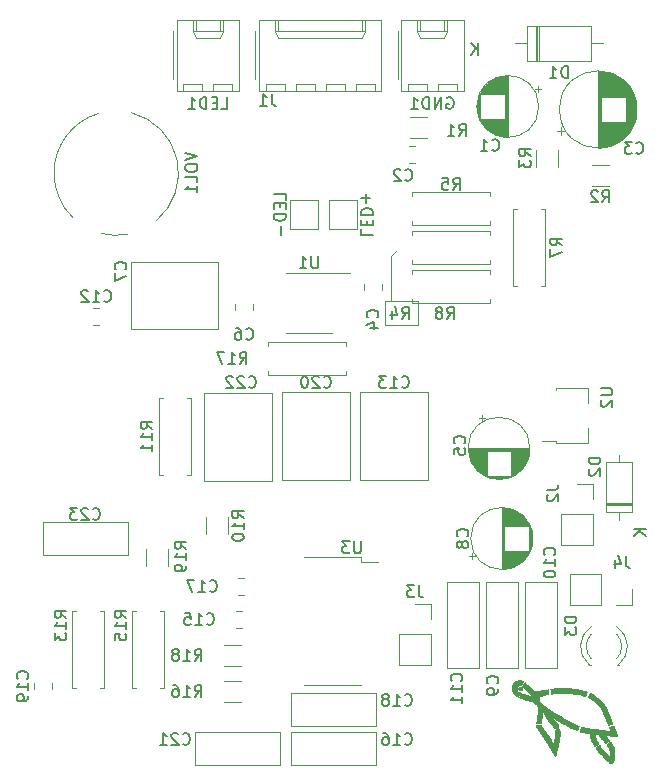
<source format=gbr>
%TF.GenerationSoftware,KiCad,Pcbnew,(5.1.9)-1*%
%TF.CreationDate,2021-09-20T18:56:34+02:00*%
%TF.ProjectId,deep blue delay,64656570-2062-46c7-9565-2064656c6179,rev?*%
%TF.SameCoordinates,Original*%
%TF.FileFunction,Legend,Bot*%
%TF.FilePolarity,Positive*%
%FSLAX46Y46*%
G04 Gerber Fmt 4.6, Leading zero omitted, Abs format (unit mm)*
G04 Created by KiCad (PCBNEW (5.1.9)-1) date 2021-09-20 18:56:34*
%MOMM*%
%LPD*%
G01*
G04 APERTURE LIST*
%ADD10C,0.120000*%
%ADD11C,0.010000*%
%ADD12C,0.150000*%
G04 APERTURE END LIST*
D10*
X35560000Y40132000D02*
X33274000Y40132000D01*
X35560000Y38100000D02*
X35560000Y40132000D01*
X32766000Y38100000D02*
X35560000Y38100000D01*
X32766000Y40132000D02*
X32766000Y38100000D01*
X33274000Y40132000D02*
X32766000Y40132000D01*
X33274000Y43942000D02*
X33782000Y44450000D01*
X33274000Y40132000D02*
X33274000Y43942000D01*
D11*
%TO.C,G\u002A\u002A\u002A*%
G36*
X51771944Y2808875D02*
G01*
X51762996Y2803079D01*
X51714158Y2768153D01*
X51657830Y2723318D01*
X51602415Y2675914D01*
X51556321Y2633280D01*
X51527953Y2602756D01*
X51522933Y2593455D01*
X51534437Y2571962D01*
X51564719Y2529446D01*
X51607415Y2474804D01*
X51610822Y2470609D01*
X51661877Y2403957D01*
X51707769Y2337264D01*
X51735710Y2290155D01*
X51762111Y2212681D01*
X51779887Y2105422D01*
X51788309Y1976863D01*
X51786647Y1835491D01*
X51781445Y1758462D01*
X51766927Y1592385D01*
X51544644Y1817077D01*
X51398837Y1968205D01*
X51268411Y2110889D01*
X51156641Y2241256D01*
X51066801Y2355434D01*
X51002165Y2449550D01*
X50985082Y2478899D01*
X50930989Y2578287D01*
X50821533Y2519186D01*
X50753107Y2479804D01*
X50690503Y2439711D01*
X50657538Y2415625D01*
X50602999Y2371166D01*
X50643307Y2277129D01*
X50693680Y2184383D01*
X50774407Y2069577D01*
X50884459Y1933935D01*
X51022806Y1778680D01*
X51188421Y1605037D01*
X51315866Y1477300D01*
X51443503Y1353707D01*
X51549359Y1256710D01*
X51637208Y1183345D01*
X51710823Y1130645D01*
X51773978Y1095645D01*
X51825769Y1076615D01*
X51906279Y1058863D01*
X51961603Y1059496D01*
X52001961Y1080366D01*
X52031004Y1113807D01*
X52068607Y1175446D01*
X52098462Y1246482D01*
X52121494Y1332133D01*
X52138627Y1437617D01*
X52150785Y1568153D01*
X52158890Y1728960D01*
X52162525Y1856689D01*
X52171849Y2277302D01*
X52119086Y2402661D01*
X52068529Y2507346D01*
X52006088Y2613737D01*
X51939635Y2709648D01*
X51877043Y2782887D01*
X51867749Y2791839D01*
X51832211Y2821892D01*
X51806433Y2826910D01*
X51771944Y2808875D01*
G37*
X51771944Y2808875D02*
X51762996Y2803079D01*
X51714158Y2768153D01*
X51657830Y2723318D01*
X51602415Y2675914D01*
X51556321Y2633280D01*
X51527953Y2602756D01*
X51522933Y2593455D01*
X51534437Y2571962D01*
X51564719Y2529446D01*
X51607415Y2474804D01*
X51610822Y2470609D01*
X51661877Y2403957D01*
X51707769Y2337264D01*
X51735710Y2290155D01*
X51762111Y2212681D01*
X51779887Y2105422D01*
X51788309Y1976863D01*
X51786647Y1835491D01*
X51781445Y1758462D01*
X51766927Y1592385D01*
X51544644Y1817077D01*
X51398837Y1968205D01*
X51268411Y2110889D01*
X51156641Y2241256D01*
X51066801Y2355434D01*
X51002165Y2449550D01*
X50985082Y2478899D01*
X50930989Y2578287D01*
X50821533Y2519186D01*
X50753107Y2479804D01*
X50690503Y2439711D01*
X50657538Y2415625D01*
X50602999Y2371166D01*
X50643307Y2277129D01*
X50693680Y2184383D01*
X50774407Y2069577D01*
X50884459Y1933935D01*
X51022806Y1778680D01*
X51188421Y1605037D01*
X51315866Y1477300D01*
X51443503Y1353707D01*
X51549359Y1256710D01*
X51637208Y1183345D01*
X51710823Y1130645D01*
X51773978Y1095645D01*
X51825769Y1076615D01*
X51906279Y1058863D01*
X51961603Y1059496D01*
X52001961Y1080366D01*
X52031004Y1113807D01*
X52068607Y1175446D01*
X52098462Y1246482D01*
X52121494Y1332133D01*
X52138627Y1437617D01*
X52150785Y1568153D01*
X52158890Y1728960D01*
X52162525Y1856689D01*
X52171849Y2277302D01*
X52119086Y2402661D01*
X52068529Y2507346D01*
X52006088Y2613737D01*
X51939635Y2709648D01*
X51877043Y2782887D01*
X51867749Y2791839D01*
X51832211Y2821892D01*
X51806433Y2826910D01*
X51771944Y2808875D01*
G36*
X45591496Y4159128D02*
G01*
X45623804Y4035809D01*
X45686535Y3905259D01*
X45774782Y3776944D01*
X45812992Y3731846D01*
X45878521Y3652516D01*
X45962617Y3540245D01*
X46064572Y3396081D01*
X46183673Y3221073D01*
X46319209Y3016271D01*
X46470472Y2782724D01*
X46636749Y2521479D01*
X46687154Y2441518D01*
X46745032Y2348672D01*
X46801237Y2257032D01*
X46849308Y2177221D01*
X46882539Y2120294D01*
X46947381Y2008688D01*
X47009778Y1907219D01*
X47066878Y1819928D01*
X47115831Y1750859D01*
X47153785Y1704052D01*
X47177889Y1683550D01*
X47185385Y1690980D01*
X47190531Y1712309D01*
X47204821Y1764983D01*
X47226529Y1842810D01*
X47253930Y1939599D01*
X47282028Y2037788D01*
X47316366Y2160134D01*
X47349206Y2282411D01*
X47377909Y2394411D01*
X47399836Y2485925D01*
X47409330Y2530231D01*
X47445645Y2716597D01*
X47474897Y2870280D01*
X47497930Y2996870D01*
X47515585Y3101952D01*
X47528704Y3191115D01*
X47538129Y3269946D01*
X47544703Y3344032D01*
X47549266Y3418960D01*
X47551725Y3475136D01*
X47554576Y3626664D01*
X47550420Y3748462D01*
X47539413Y3836306D01*
X47538298Y3841482D01*
X47524837Y3899016D01*
X47514805Y3937090D01*
X47511253Y3946373D01*
X47492393Y3940749D01*
X47444643Y3925981D01*
X47376384Y3904670D01*
X47333636Y3891259D01*
X47159502Y3836541D01*
X47155427Y3535078D01*
X47151492Y3385598D01*
X47143109Y3259213D01*
X47128673Y3140043D01*
X47106576Y3012211D01*
X47098223Y2969846D01*
X47077822Y2872566D01*
X47058803Y2789119D01*
X47042986Y2726990D01*
X47032191Y2693665D01*
X47030319Y2690519D01*
X47013438Y2697741D01*
X46982974Y2731410D01*
X46945318Y2784388D01*
X46942849Y2788211D01*
X46815181Y2986904D01*
X46706800Y3155113D01*
X46616056Y3295349D01*
X46541301Y3410123D01*
X46480886Y3501948D01*
X46433162Y3573333D01*
X46396480Y3626790D01*
X46369191Y3664831D01*
X46355296Y3683000D01*
X46309761Y3743281D01*
X46268150Y3803063D01*
X46255738Y3822498D01*
X46225701Y3865795D01*
X46178584Y3927343D01*
X46123025Y3995971D01*
X46104638Y4017883D01*
X46051969Y4084489D01*
X46009466Y4146530D01*
X45983919Y4193771D01*
X45980080Y4205654D01*
X45969115Y4259385D01*
X45578197Y4259385D01*
X45591496Y4159128D01*
G37*
X45591496Y4159128D02*
X45623804Y4035809D01*
X45686535Y3905259D01*
X45774782Y3776944D01*
X45812992Y3731846D01*
X45878521Y3652516D01*
X45962617Y3540245D01*
X46064572Y3396081D01*
X46183673Y3221073D01*
X46319209Y3016271D01*
X46470472Y2782724D01*
X46636749Y2521479D01*
X46687154Y2441518D01*
X46745032Y2348672D01*
X46801237Y2257032D01*
X46849308Y2177221D01*
X46882539Y2120294D01*
X46947381Y2008688D01*
X47009778Y1907219D01*
X47066878Y1819928D01*
X47115831Y1750859D01*
X47153785Y1704052D01*
X47177889Y1683550D01*
X47185385Y1690980D01*
X47190531Y1712309D01*
X47204821Y1764983D01*
X47226529Y1842810D01*
X47253930Y1939599D01*
X47282028Y2037788D01*
X47316366Y2160134D01*
X47349206Y2282411D01*
X47377909Y2394411D01*
X47399836Y2485925D01*
X47409330Y2530231D01*
X47445645Y2716597D01*
X47474897Y2870280D01*
X47497930Y2996870D01*
X47515585Y3101952D01*
X47528704Y3191115D01*
X47538129Y3269946D01*
X47544703Y3344032D01*
X47549266Y3418960D01*
X47551725Y3475136D01*
X47554576Y3626664D01*
X47550420Y3748462D01*
X47539413Y3836306D01*
X47538298Y3841482D01*
X47524837Y3899016D01*
X47514805Y3937090D01*
X47511253Y3946373D01*
X47492393Y3940749D01*
X47444643Y3925981D01*
X47376384Y3904670D01*
X47333636Y3891259D01*
X47159502Y3836541D01*
X47155427Y3535078D01*
X47151492Y3385598D01*
X47143109Y3259213D01*
X47128673Y3140043D01*
X47106576Y3012211D01*
X47098223Y2969846D01*
X47077822Y2872566D01*
X47058803Y2789119D01*
X47042986Y2726990D01*
X47032191Y2693665D01*
X47030319Y2690519D01*
X47013438Y2697741D01*
X46982974Y2731410D01*
X46945318Y2784388D01*
X46942849Y2788211D01*
X46815181Y2986904D01*
X46706800Y3155113D01*
X46616056Y3295349D01*
X46541301Y3410123D01*
X46480886Y3501948D01*
X46433162Y3573333D01*
X46396480Y3626790D01*
X46369191Y3664831D01*
X46355296Y3683000D01*
X46309761Y3743281D01*
X46268150Y3803063D01*
X46255738Y3822498D01*
X46225701Y3865795D01*
X46178584Y3927343D01*
X46123025Y3995971D01*
X46104638Y4017883D01*
X46051969Y4084489D01*
X46009466Y4146530D01*
X45983919Y4193771D01*
X45980080Y4205654D01*
X45969115Y4259385D01*
X45578197Y4259385D01*
X45591496Y4159128D01*
G36*
X52022466Y4219718D02*
G01*
X51958936Y4197894D01*
X51877416Y4162495D01*
X51812313Y4132603D01*
X51772854Y4106853D01*
X51756190Y4076252D01*
X51759473Y4031808D01*
X51779856Y3964529D01*
X51798152Y3912182D01*
X51818338Y3848381D01*
X51829464Y3799912D01*
X51829214Y3777624D01*
X51804708Y3775001D01*
X51742881Y3777827D01*
X51645088Y3785959D01*
X51512683Y3799253D01*
X51347020Y3817566D01*
X51149454Y3840757D01*
X50921339Y3868682D01*
X50692539Y3897551D01*
X50546738Y3915914D01*
X50405399Y3933239D01*
X50275731Y3948679D01*
X50164942Y3961386D01*
X50080243Y3970512D01*
X50037933Y3974517D01*
X49983250Y3979918D01*
X49925434Y3987830D01*
X49858441Y3999452D01*
X49776225Y4015983D01*
X49672740Y4038620D01*
X49541941Y4068562D01*
X49421328Y4096758D01*
X49399931Y4096814D01*
X49380722Y4081442D01*
X49359302Y4044220D01*
X49331269Y3978730D01*
X49318751Y3947095D01*
X49290549Y3872151D01*
X49269002Y3809383D01*
X49257497Y3768881D01*
X49256462Y3761420D01*
X49273191Y3738184D01*
X49314059Y3716644D01*
X49319962Y3714649D01*
X49365832Y3702804D01*
X49441395Y3686269D01*
X49537790Y3666719D01*
X49646154Y3645831D01*
X49757626Y3625281D01*
X49863345Y3606745D01*
X49954448Y3591900D01*
X50013567Y3583461D01*
X50073493Y3574449D01*
X50107009Y3560212D01*
X50126478Y3530678D01*
X50143786Y3477393D01*
X50162363Y3363846D01*
X50160632Y3265111D01*
X50159664Y3170419D01*
X50176839Y3079103D01*
X50215183Y2981526D01*
X50277722Y2868055D01*
X50293248Y2842846D01*
X50343001Y2763264D01*
X50396110Y2678459D01*
X50430878Y2623039D01*
X50469364Y2569052D01*
X50504565Y2531958D01*
X50525538Y2520633D01*
X50554899Y2530935D01*
X50606956Y2558245D01*
X50672210Y2597426D01*
X50697094Y2613441D01*
X50761005Y2657921D01*
X50809948Y2696906D01*
X50836268Y2724093D01*
X50838748Y2730104D01*
X50827802Y2757102D01*
X50798878Y2804115D01*
X50761086Y2857104D01*
X50707193Y2933900D01*
X50652782Y3020217D01*
X50624317Y3070274D01*
X50593765Y3132603D01*
X50575998Y3187093D01*
X50567698Y3249007D01*
X50565545Y3333606D01*
X50565539Y3340594D01*
X50565539Y3500719D01*
X50716962Y3487125D01*
X50790310Y3479169D01*
X50847694Y3470387D01*
X50878697Y3462437D01*
X50880875Y3461035D01*
X50892595Y3436756D01*
X50910084Y3386753D01*
X50925045Y3337353D01*
X50947258Y3272578D01*
X50976693Y3221440D01*
X51022512Y3170690D01*
X51070268Y3127410D01*
X51139198Y3061812D01*
X51215360Y2980687D01*
X51283444Y2900428D01*
X51289867Y2892248D01*
X51352488Y2816751D01*
X51400103Y2772481D01*
X51437000Y2756682D01*
X51467467Y2766597D01*
X51475054Y2773235D01*
X51501477Y2791636D01*
X51550935Y2820564D01*
X51598988Y2846504D01*
X51674887Y2889069D01*
X51716954Y2924808D01*
X51727340Y2962136D01*
X51708197Y3009467D01*
X51661675Y3075216D01*
X51658509Y3079345D01*
X51597289Y3155720D01*
X51526119Y3239726D01*
X51471600Y3300871D01*
X51371430Y3409462D01*
X51598600Y3396268D01*
X51705263Y3389105D01*
X51835514Y3378893D01*
X51974104Y3366901D01*
X52105781Y3354400D01*
X52126940Y3352259D01*
X52230994Y3342211D01*
X52320646Y3334688D01*
X52389030Y3330178D01*
X52429281Y3329165D01*
X52436975Y3330309D01*
X52436020Y3354192D01*
X52420791Y3409794D01*
X52392788Y3493076D01*
X52353509Y3600003D01*
X52304450Y3726540D01*
X52247111Y3868650D01*
X52182988Y4022297D01*
X52161055Y4073769D01*
X52127066Y4150458D01*
X52098195Y4198607D01*
X52066107Y4220824D01*
X52022466Y4219718D01*
G37*
X52022466Y4219718D02*
X51958936Y4197894D01*
X51877416Y4162495D01*
X51812313Y4132603D01*
X51772854Y4106853D01*
X51756190Y4076252D01*
X51759473Y4031808D01*
X51779856Y3964529D01*
X51798152Y3912182D01*
X51818338Y3848381D01*
X51829464Y3799912D01*
X51829214Y3777624D01*
X51804708Y3775001D01*
X51742881Y3777827D01*
X51645088Y3785959D01*
X51512683Y3799253D01*
X51347020Y3817566D01*
X51149454Y3840757D01*
X50921339Y3868682D01*
X50692539Y3897551D01*
X50546738Y3915914D01*
X50405399Y3933239D01*
X50275731Y3948679D01*
X50164942Y3961386D01*
X50080243Y3970512D01*
X50037933Y3974517D01*
X49983250Y3979918D01*
X49925434Y3987830D01*
X49858441Y3999452D01*
X49776225Y4015983D01*
X49672740Y4038620D01*
X49541941Y4068562D01*
X49421328Y4096758D01*
X49399931Y4096814D01*
X49380722Y4081442D01*
X49359302Y4044220D01*
X49331269Y3978730D01*
X49318751Y3947095D01*
X49290549Y3872151D01*
X49269002Y3809383D01*
X49257497Y3768881D01*
X49256462Y3761420D01*
X49273191Y3738184D01*
X49314059Y3716644D01*
X49319962Y3714649D01*
X49365832Y3702804D01*
X49441395Y3686269D01*
X49537790Y3666719D01*
X49646154Y3645831D01*
X49757626Y3625281D01*
X49863345Y3606745D01*
X49954448Y3591900D01*
X50013567Y3583461D01*
X50073493Y3574449D01*
X50107009Y3560212D01*
X50126478Y3530678D01*
X50143786Y3477393D01*
X50162363Y3363846D01*
X50160632Y3265111D01*
X50159664Y3170419D01*
X50176839Y3079103D01*
X50215183Y2981526D01*
X50277722Y2868055D01*
X50293248Y2842846D01*
X50343001Y2763264D01*
X50396110Y2678459D01*
X50430878Y2623039D01*
X50469364Y2569052D01*
X50504565Y2531958D01*
X50525538Y2520633D01*
X50554899Y2530935D01*
X50606956Y2558245D01*
X50672210Y2597426D01*
X50697094Y2613441D01*
X50761005Y2657921D01*
X50809948Y2696906D01*
X50836268Y2724093D01*
X50838748Y2730104D01*
X50827802Y2757102D01*
X50798878Y2804115D01*
X50761086Y2857104D01*
X50707193Y2933900D01*
X50652782Y3020217D01*
X50624317Y3070274D01*
X50593765Y3132603D01*
X50575998Y3187093D01*
X50567698Y3249007D01*
X50565545Y3333606D01*
X50565539Y3340594D01*
X50565539Y3500719D01*
X50716962Y3487125D01*
X50790310Y3479169D01*
X50847694Y3470387D01*
X50878697Y3462437D01*
X50880875Y3461035D01*
X50892595Y3436756D01*
X50910084Y3386753D01*
X50925045Y3337353D01*
X50947258Y3272578D01*
X50976693Y3221440D01*
X51022512Y3170690D01*
X51070268Y3127410D01*
X51139198Y3061812D01*
X51215360Y2980687D01*
X51283444Y2900428D01*
X51289867Y2892248D01*
X51352488Y2816751D01*
X51400103Y2772481D01*
X51437000Y2756682D01*
X51467467Y2766597D01*
X51475054Y2773235D01*
X51501477Y2791636D01*
X51550935Y2820564D01*
X51598988Y2846504D01*
X51674887Y2889069D01*
X51716954Y2924808D01*
X51727340Y2962136D01*
X51708197Y3009467D01*
X51661675Y3075216D01*
X51658509Y3079345D01*
X51597289Y3155720D01*
X51526119Y3239726D01*
X51471600Y3300871D01*
X51371430Y3409462D01*
X51598600Y3396268D01*
X51705263Y3389105D01*
X51835514Y3378893D01*
X51974104Y3366901D01*
X52105781Y3354400D01*
X52126940Y3352259D01*
X52230994Y3342211D01*
X52320646Y3334688D01*
X52389030Y3330178D01*
X52429281Y3329165D01*
X52436975Y3330309D01*
X52436020Y3354192D01*
X52420791Y3409794D01*
X52392788Y3493076D01*
X52353509Y3600003D01*
X52304450Y3726540D01*
X52247111Y3868650D01*
X52182988Y4022297D01*
X52161055Y4073769D01*
X52127066Y4150458D01*
X52098195Y4198607D01*
X52066107Y4220824D01*
X52022466Y4219718D01*
G36*
X44564574Y7858071D02*
G01*
X44542389Y7820269D01*
X44518160Y7773707D01*
X44481562Y7711498D01*
X44454885Y7669292D01*
X44413910Y7602587D01*
X44396139Y7558072D01*
X44401091Y7526854D01*
X44428284Y7500041D01*
X44445115Y7488665D01*
X44497259Y7446991D01*
X44536465Y7405176D01*
X44567106Y7369369D01*
X44616810Y7315544D01*
X44676806Y7253110D01*
X44702542Y7227007D01*
X44777621Y7150365D01*
X44858947Y7065601D01*
X44930866Y6989060D01*
X44941378Y6977664D01*
X45043833Y6881188D01*
X45147887Y6816968D01*
X45264267Y6779267D01*
X45332713Y6768297D01*
X45440568Y6755620D01*
X45428060Y6694464D01*
X45415587Y6653580D01*
X45402174Y6636852D01*
X45401238Y6636961D01*
X45376410Y6645328D01*
X45327081Y6663166D01*
X45280684Y6680364D01*
X45214892Y6701447D01*
X45124901Y6725620D01*
X45024997Y6749193D01*
X44967897Y6761183D01*
X44861000Y6785218D01*
X44735291Y6817718D01*
X44608710Y6853871D01*
X44526673Y6879601D01*
X44436399Y6908078D01*
X44359258Y6930017D01*
X44302908Y6943411D01*
X44275009Y6946250D01*
X44274029Y6945846D01*
X44256711Y6920876D01*
X44239106Y6875371D01*
X44238105Y6871948D01*
X44220121Y6816611D01*
X44194466Y6746115D01*
X44180056Y6709126D01*
X44139964Y6609097D01*
X44192405Y6584690D01*
X44338082Y6524372D01*
X44510674Y6465287D01*
X44698106Y6411243D01*
X44879846Y6367843D01*
X45029094Y6333426D01*
X45146858Y6299151D01*
X45240551Y6261405D01*
X45317585Y6216571D01*
X45385373Y6161034D01*
X45451327Y6091179D01*
X45454382Y6087628D01*
X45521702Y6010795D01*
X45597525Y5926738D01*
X45656845Y5862809D01*
X45709212Y5805758D01*
X45739040Y5765747D01*
X45751538Y5732298D01*
X45751913Y5694936D01*
X45749756Y5675923D01*
X45724978Y5484111D01*
X45703525Y5322038D01*
X45684132Y5180634D01*
X45665537Y5050831D01*
X45646475Y4923560D01*
X45631015Y4823687D01*
X45614490Y4714805D01*
X45600440Y4615856D01*
X45589947Y4534950D01*
X45584088Y4480199D01*
X45583231Y4464554D01*
X45586075Y4429899D01*
X45602118Y4417343D01*
X45642620Y4420450D01*
X45656500Y4422690D01*
X45718042Y4429520D01*
X45797095Y4434010D01*
X45847744Y4435016D01*
X45965718Y4435231D01*
X45998761Y4655039D01*
X46017432Y4775791D01*
X46037894Y4902288D01*
X46059073Y5028499D01*
X46079895Y5148388D01*
X46099286Y5255924D01*
X46116172Y5345073D01*
X46129480Y5409802D01*
X46138135Y5444078D01*
X46139866Y5447763D01*
X46151830Y5436399D01*
X46173989Y5397512D01*
X46200474Y5341860D01*
X46258929Y5211301D01*
X46306617Y5108126D01*
X46347945Y5023707D01*
X46387320Y4949416D01*
X46429148Y4876628D01*
X46477837Y4796713D01*
X46484003Y4786792D01*
X46539478Y4700978D01*
X46595661Y4619672D01*
X46645083Y4553404D01*
X46673644Y4519451D01*
X46783368Y4401085D01*
X46869051Y4306200D01*
X46934213Y4230572D01*
X46982372Y4169980D01*
X47017047Y4120198D01*
X47040919Y4078654D01*
X47069810Y4028255D01*
X47099383Y3998431D01*
X47137743Y3987798D01*
X47192996Y3994967D01*
X47273246Y4018553D01*
X47313464Y4032036D01*
X47383188Y4056772D01*
X47423233Y4075676D01*
X47441166Y4094724D01*
X47444558Y4119892D01*
X47443377Y4134613D01*
X47422228Y4214226D01*
X47376422Y4309505D01*
X47311316Y4411093D01*
X47232268Y4509632D01*
X47222557Y4520312D01*
X47100980Y4652865D01*
X47004655Y4759489D01*
X46931742Y4842415D01*
X46880399Y4903872D01*
X46848785Y4946089D01*
X46835059Y4971298D01*
X46837380Y4981727D01*
X46841069Y4982308D01*
X46860655Y4972389D01*
X46903111Y4946510D01*
X46953657Y4913923D01*
X47010901Y4878272D01*
X47056570Y4853533D01*
X47078566Y4845539D01*
X47106254Y4834705D01*
X47150239Y4807574D01*
X47166935Y4795652D01*
X47210395Y4765541D01*
X47271721Y4725690D01*
X47342815Y4681037D01*
X47415577Y4636520D01*
X47481908Y4597077D01*
X47533710Y4567647D01*
X47562883Y4553168D01*
X47565768Y4552462D01*
X47586280Y4542951D01*
X47631911Y4517485D01*
X47694547Y4480665D01*
X47727910Y4460529D01*
X47793926Y4422248D01*
X47883148Y4373264D01*
X47990668Y4316031D01*
X48111575Y4253005D01*
X48240957Y4186639D01*
X48373906Y4119388D01*
X48505512Y4053707D01*
X48630862Y3992049D01*
X48745049Y3936870D01*
X48843161Y3890623D01*
X48920288Y3855764D01*
X48971520Y3834746D01*
X48990235Y3829539D01*
X49012069Y3834916D01*
X49031953Y3855385D01*
X49053732Y3897450D01*
X49081250Y3967617D01*
X49095912Y4008351D01*
X49122262Y4085311D01*
X49141677Y4147260D01*
X49151653Y4185899D01*
X49152031Y4194482D01*
X49131112Y4204347D01*
X49084186Y4222560D01*
X49033021Y4241057D01*
X48957314Y4271145D01*
X48884456Y4305668D01*
X48849549Y4325318D01*
X48805606Y4350340D01*
X48735164Y4387569D01*
X48647032Y4432465D01*
X48550018Y4480489D01*
X48523769Y4493245D01*
X48417946Y4545412D01*
X48311051Y4599750D01*
X48214711Y4650249D01*
X48140551Y4690901D01*
X48133000Y4695233D01*
X48047428Y4743921D01*
X47955610Y4794954D01*
X47879000Y4836440D01*
X47744957Y4910389D01*
X47585371Y5003309D01*
X47406438Y5111382D01*
X47214358Y5230786D01*
X47015326Y5357700D01*
X46815542Y5488303D01*
X46739148Y5539154D01*
X46654750Y5595383D01*
X46576555Y5647034D01*
X46513338Y5688338D01*
X46474190Y5713331D01*
X46431010Y5742957D01*
X46369016Y5789122D01*
X46299448Y5843384D01*
X46276846Y5861545D01*
X46209010Y5915604D01*
X46146915Y5963513D01*
X46100922Y5997329D01*
X46090410Y6004453D01*
X46054741Y6033997D01*
X46003603Y6084310D01*
X45946381Y6146009D01*
X45929218Y6165583D01*
X45817692Y6294613D01*
X45817692Y6454728D01*
X45821094Y6554492D01*
X45831884Y6621620D01*
X45847901Y6657972D01*
X45904103Y6713731D01*
X45991121Y6763072D01*
X46111005Y6806750D01*
X46265805Y6845518D01*
X46448251Y6878672D01*
X46525743Y6892338D01*
X46570902Y6904849D01*
X46590297Y6918748D01*
X46591304Y6934021D01*
X46585637Y6967515D01*
X46578471Y7028316D01*
X46571141Y7104757D01*
X46569425Y7125118D01*
X46556359Y7284774D01*
X46484987Y7274954D01*
X46438174Y7267425D01*
X46363302Y7254161D01*
X46270641Y7237026D01*
X46170462Y7217884D01*
X46169344Y7217667D01*
X46025722Y7193197D01*
X45885078Y7177236D01*
X45731477Y7168265D01*
X45622267Y7165540D01*
X45319462Y7160880D01*
X45212000Y7278032D01*
X45066523Y7434444D01*
X44936658Y7569622D01*
X44824043Y7682012D01*
X44730315Y7770056D01*
X44657113Y7832200D01*
X44606074Y7866888D01*
X44584596Y7874000D01*
X44564574Y7858071D01*
G37*
X44564574Y7858071D02*
X44542389Y7820269D01*
X44518160Y7773707D01*
X44481562Y7711498D01*
X44454885Y7669292D01*
X44413910Y7602587D01*
X44396139Y7558072D01*
X44401091Y7526854D01*
X44428284Y7500041D01*
X44445115Y7488665D01*
X44497259Y7446991D01*
X44536465Y7405176D01*
X44567106Y7369369D01*
X44616810Y7315544D01*
X44676806Y7253110D01*
X44702542Y7227007D01*
X44777621Y7150365D01*
X44858947Y7065601D01*
X44930866Y6989060D01*
X44941378Y6977664D01*
X45043833Y6881188D01*
X45147887Y6816968D01*
X45264267Y6779267D01*
X45332713Y6768297D01*
X45440568Y6755620D01*
X45428060Y6694464D01*
X45415587Y6653580D01*
X45402174Y6636852D01*
X45401238Y6636961D01*
X45376410Y6645328D01*
X45327081Y6663166D01*
X45280684Y6680364D01*
X45214892Y6701447D01*
X45124901Y6725620D01*
X45024997Y6749193D01*
X44967897Y6761183D01*
X44861000Y6785218D01*
X44735291Y6817718D01*
X44608710Y6853871D01*
X44526673Y6879601D01*
X44436399Y6908078D01*
X44359258Y6930017D01*
X44302908Y6943411D01*
X44275009Y6946250D01*
X44274029Y6945846D01*
X44256711Y6920876D01*
X44239106Y6875371D01*
X44238105Y6871948D01*
X44220121Y6816611D01*
X44194466Y6746115D01*
X44180056Y6709126D01*
X44139964Y6609097D01*
X44192405Y6584690D01*
X44338082Y6524372D01*
X44510674Y6465287D01*
X44698106Y6411243D01*
X44879846Y6367843D01*
X45029094Y6333426D01*
X45146858Y6299151D01*
X45240551Y6261405D01*
X45317585Y6216571D01*
X45385373Y6161034D01*
X45451327Y6091179D01*
X45454382Y6087628D01*
X45521702Y6010795D01*
X45597525Y5926738D01*
X45656845Y5862809D01*
X45709212Y5805758D01*
X45739040Y5765747D01*
X45751538Y5732298D01*
X45751913Y5694936D01*
X45749756Y5675923D01*
X45724978Y5484111D01*
X45703525Y5322038D01*
X45684132Y5180634D01*
X45665537Y5050831D01*
X45646475Y4923560D01*
X45631015Y4823687D01*
X45614490Y4714805D01*
X45600440Y4615856D01*
X45589947Y4534950D01*
X45584088Y4480199D01*
X45583231Y4464554D01*
X45586075Y4429899D01*
X45602118Y4417343D01*
X45642620Y4420450D01*
X45656500Y4422690D01*
X45718042Y4429520D01*
X45797095Y4434010D01*
X45847744Y4435016D01*
X45965718Y4435231D01*
X45998761Y4655039D01*
X46017432Y4775791D01*
X46037894Y4902288D01*
X46059073Y5028499D01*
X46079895Y5148388D01*
X46099286Y5255924D01*
X46116172Y5345073D01*
X46129480Y5409802D01*
X46138135Y5444078D01*
X46139866Y5447763D01*
X46151830Y5436399D01*
X46173989Y5397512D01*
X46200474Y5341860D01*
X46258929Y5211301D01*
X46306617Y5108126D01*
X46347945Y5023707D01*
X46387320Y4949416D01*
X46429148Y4876628D01*
X46477837Y4796713D01*
X46484003Y4786792D01*
X46539478Y4700978D01*
X46595661Y4619672D01*
X46645083Y4553404D01*
X46673644Y4519451D01*
X46783368Y4401085D01*
X46869051Y4306200D01*
X46934213Y4230572D01*
X46982372Y4169980D01*
X47017047Y4120198D01*
X47040919Y4078654D01*
X47069810Y4028255D01*
X47099383Y3998431D01*
X47137743Y3987798D01*
X47192996Y3994967D01*
X47273246Y4018553D01*
X47313464Y4032036D01*
X47383188Y4056772D01*
X47423233Y4075676D01*
X47441166Y4094724D01*
X47444558Y4119892D01*
X47443377Y4134613D01*
X47422228Y4214226D01*
X47376422Y4309505D01*
X47311316Y4411093D01*
X47232268Y4509632D01*
X47222557Y4520312D01*
X47100980Y4652865D01*
X47004655Y4759489D01*
X46931742Y4842415D01*
X46880399Y4903872D01*
X46848785Y4946089D01*
X46835059Y4971298D01*
X46837380Y4981727D01*
X46841069Y4982308D01*
X46860655Y4972389D01*
X46903111Y4946510D01*
X46953657Y4913923D01*
X47010901Y4878272D01*
X47056570Y4853533D01*
X47078566Y4845539D01*
X47106254Y4834705D01*
X47150239Y4807574D01*
X47166935Y4795652D01*
X47210395Y4765541D01*
X47271721Y4725690D01*
X47342815Y4681037D01*
X47415577Y4636520D01*
X47481908Y4597077D01*
X47533710Y4567647D01*
X47562883Y4553168D01*
X47565768Y4552462D01*
X47586280Y4542951D01*
X47631911Y4517485D01*
X47694547Y4480665D01*
X47727910Y4460529D01*
X47793926Y4422248D01*
X47883148Y4373264D01*
X47990668Y4316031D01*
X48111575Y4253005D01*
X48240957Y4186639D01*
X48373906Y4119388D01*
X48505512Y4053707D01*
X48630862Y3992049D01*
X48745049Y3936870D01*
X48843161Y3890623D01*
X48920288Y3855764D01*
X48971520Y3834746D01*
X48990235Y3829539D01*
X49012069Y3834916D01*
X49031953Y3855385D01*
X49053732Y3897450D01*
X49081250Y3967617D01*
X49095912Y4008351D01*
X49122262Y4085311D01*
X49141677Y4147260D01*
X49151653Y4185899D01*
X49152031Y4194482D01*
X49131112Y4204347D01*
X49084186Y4222560D01*
X49033021Y4241057D01*
X48957314Y4271145D01*
X48884456Y4305668D01*
X48849549Y4325318D01*
X48805606Y4350340D01*
X48735164Y4387569D01*
X48647032Y4432465D01*
X48550018Y4480489D01*
X48523769Y4493245D01*
X48417946Y4545412D01*
X48311051Y4599750D01*
X48214711Y4650249D01*
X48140551Y4690901D01*
X48133000Y4695233D01*
X48047428Y4743921D01*
X47955610Y4794954D01*
X47879000Y4836440D01*
X47744957Y4910389D01*
X47585371Y5003309D01*
X47406438Y5111382D01*
X47214358Y5230786D01*
X47015326Y5357700D01*
X46815542Y5488303D01*
X46739148Y5539154D01*
X46654750Y5595383D01*
X46576555Y5647034D01*
X46513338Y5688338D01*
X46474190Y5713331D01*
X46431010Y5742957D01*
X46369016Y5789122D01*
X46299448Y5843384D01*
X46276846Y5861545D01*
X46209010Y5915604D01*
X46146915Y5963513D01*
X46100922Y5997329D01*
X46090410Y6004453D01*
X46054741Y6033997D01*
X46003603Y6084310D01*
X45946381Y6146009D01*
X45929218Y6165583D01*
X45817692Y6294613D01*
X45817692Y6454728D01*
X45821094Y6554492D01*
X45831884Y6621620D01*
X45847901Y6657972D01*
X45904103Y6713731D01*
X45991121Y6763072D01*
X46111005Y6806750D01*
X46265805Y6845518D01*
X46448251Y6878672D01*
X46525743Y6892338D01*
X46570902Y6904849D01*
X46590297Y6918748D01*
X46591304Y6934021D01*
X46585637Y6967515D01*
X46578471Y7028316D01*
X46571141Y7104757D01*
X46569425Y7125118D01*
X46556359Y7284774D01*
X46484987Y7274954D01*
X46438174Y7267425D01*
X46363302Y7254161D01*
X46270641Y7237026D01*
X46170462Y7217884D01*
X46169344Y7217667D01*
X46025722Y7193197D01*
X45885078Y7177236D01*
X45731477Y7168265D01*
X45622267Y7165540D01*
X45319462Y7160880D01*
X45212000Y7278032D01*
X45066523Y7434444D01*
X44936658Y7569622D01*
X44824043Y7682012D01*
X44730315Y7770056D01*
X44657113Y7832200D01*
X44606074Y7866888D01*
X44584596Y7874000D01*
X44564574Y7858071D01*
G36*
X50099848Y6963669D02*
G01*
X50086094Y6938362D01*
X50064029Y6889005D01*
X50037461Y6825227D01*
X50010200Y6756655D01*
X49986053Y6692919D01*
X49968830Y6643646D01*
X49962340Y6618467D01*
X49962757Y6617101D01*
X49982581Y6607404D01*
X50027830Y6585772D01*
X50086846Y6557771D01*
X50164404Y6516978D01*
X50253293Y6464192D01*
X50331077Y6413015D01*
X50404498Y6356315D01*
X50494971Y6278773D01*
X50594994Y6187610D01*
X50697066Y6090045D01*
X50793685Y5993300D01*
X50877349Y5904595D01*
X50940558Y5831152D01*
X50954766Y5812692D01*
X50990012Y5760617D01*
X51033560Y5689840D01*
X51081115Y5608171D01*
X51128383Y5523419D01*
X51171070Y5443394D01*
X51204881Y5375903D01*
X51225523Y5328758D01*
X51229846Y5312467D01*
X51237345Y5288396D01*
X51258069Y5235122D01*
X51289360Y5159146D01*
X51328560Y5066968D01*
X51356925Y5001667D01*
X51406415Y4886398D01*
X51455769Y4767526D01*
X51500261Y4656693D01*
X51535164Y4565539D01*
X51544698Y4539142D01*
X51590154Y4415481D01*
X51626552Y4328545D01*
X51654430Y4277176D01*
X51674327Y4260220D01*
X51674848Y4260234D01*
X51698122Y4267576D01*
X51748519Y4286518D01*
X51817085Y4313643D01*
X51853100Y4328270D01*
X51926403Y4358789D01*
X51984797Y4384054D01*
X52019665Y4400292D01*
X52025502Y4403758D01*
X52021308Y4423727D01*
X52004089Y4472845D01*
X51976375Y4544410D01*
X51940700Y4631726D01*
X51927553Y4662991D01*
X51886227Y4761919D01*
X51848393Y4854904D01*
X51817801Y4932567D01*
X51798202Y4985524D01*
X51796011Y4992077D01*
X51777801Y5041323D01*
X51747629Y5115496D01*
X51709891Y5204033D01*
X51674041Y5285154D01*
X51628134Y5387690D01*
X51580559Y5494751D01*
X51537856Y5591581D01*
X51513827Y5646615D01*
X51454308Y5775675D01*
X51392962Y5889072D01*
X51324150Y5994636D01*
X51242229Y6100197D01*
X51141561Y6213584D01*
X51016506Y6342627D01*
X51002023Y6357113D01*
X50869688Y6487024D01*
X50756897Y6592179D01*
X50657489Y6677251D01*
X50565301Y6746916D01*
X50474170Y6805848D01*
X50377935Y6858720D01*
X50276530Y6907430D01*
X50201254Y6939280D01*
X50141771Y6959592D01*
X50105959Y6965857D01*
X50099848Y6963669D01*
G37*
X50099848Y6963669D02*
X50086094Y6938362D01*
X50064029Y6889005D01*
X50037461Y6825227D01*
X50010200Y6756655D01*
X49986053Y6692919D01*
X49968830Y6643646D01*
X49962340Y6618467D01*
X49962757Y6617101D01*
X49982581Y6607404D01*
X50027830Y6585772D01*
X50086846Y6557771D01*
X50164404Y6516978D01*
X50253293Y6464192D01*
X50331077Y6413015D01*
X50404498Y6356315D01*
X50494971Y6278773D01*
X50594994Y6187610D01*
X50697066Y6090045D01*
X50793685Y5993300D01*
X50877349Y5904595D01*
X50940558Y5831152D01*
X50954766Y5812692D01*
X50990012Y5760617D01*
X51033560Y5689840D01*
X51081115Y5608171D01*
X51128383Y5523419D01*
X51171070Y5443394D01*
X51204881Y5375903D01*
X51225523Y5328758D01*
X51229846Y5312467D01*
X51237345Y5288396D01*
X51258069Y5235122D01*
X51289360Y5159146D01*
X51328560Y5066968D01*
X51356925Y5001667D01*
X51406415Y4886398D01*
X51455769Y4767526D01*
X51500261Y4656693D01*
X51535164Y4565539D01*
X51544698Y4539142D01*
X51590154Y4415481D01*
X51626552Y4328545D01*
X51654430Y4277176D01*
X51674327Y4260220D01*
X51674848Y4260234D01*
X51698122Y4267576D01*
X51748519Y4286518D01*
X51817085Y4313643D01*
X51853100Y4328270D01*
X51926403Y4358789D01*
X51984797Y4384054D01*
X52019665Y4400292D01*
X52025502Y4403758D01*
X52021308Y4423727D01*
X52004089Y4472845D01*
X51976375Y4544410D01*
X51940700Y4631726D01*
X51927553Y4662991D01*
X51886227Y4761919D01*
X51848393Y4854904D01*
X51817801Y4932567D01*
X51798202Y4985524D01*
X51796011Y4992077D01*
X51777801Y5041323D01*
X51747629Y5115496D01*
X51709891Y5204033D01*
X51674041Y5285154D01*
X51628134Y5387690D01*
X51580559Y5494751D01*
X51537856Y5591581D01*
X51513827Y5646615D01*
X51454308Y5775675D01*
X51392962Y5889072D01*
X51324150Y5994636D01*
X51242229Y6100197D01*
X51141561Y6213584D01*
X51016506Y6342627D01*
X51002023Y6357113D01*
X50869688Y6487024D01*
X50756897Y6592179D01*
X50657489Y6677251D01*
X50565301Y6746916D01*
X50474170Y6805848D01*
X50377935Y6858720D01*
X50276530Y6907430D01*
X50201254Y6939280D01*
X50141771Y6959592D01*
X50105959Y6965857D01*
X50099848Y6963669D01*
G36*
X43978255Y8020249D02*
G01*
X43849409Y7968400D01*
X43732352Y7894844D01*
X43634674Y7802748D01*
X43563970Y7695278D01*
X43556513Y7678853D01*
X43543130Y7635701D01*
X43535414Y7577540D01*
X43532819Y7496621D01*
X43534801Y7385193D01*
X43535136Y7374860D01*
X43539537Y7269847D01*
X43545827Y7193414D01*
X43555899Y7135067D01*
X43571648Y7084308D01*
X43594968Y7030642D01*
X43598642Y7022930D01*
X43669053Y6901105D01*
X43752625Y6808362D01*
X43858699Y6734894D01*
X43887712Y6719462D01*
X43946903Y6690133D01*
X43991225Y6669604D01*
X44009991Y6662615D01*
X44022146Y6679152D01*
X44046217Y6723590D01*
X44078138Y6788172D01*
X44098472Y6831425D01*
X44132189Y6905775D01*
X44158571Y6966555D01*
X44173981Y7005246D01*
X44176462Y7014073D01*
X44160321Y7029694D01*
X44119594Y7052987D01*
X44097155Y7063674D01*
X44027522Y7102727D01*
X43980556Y7150973D01*
X43952175Y7216418D01*
X43938294Y7307067D01*
X43935147Y7381243D01*
X43932231Y7551001D01*
X44035126Y7606449D01*
X44096075Y7637182D01*
X44138132Y7650152D01*
X44175684Y7648080D01*
X44207397Y7639002D01*
X44253927Y7625814D01*
X44281392Y7622115D01*
X44283515Y7622937D01*
X44302876Y7650573D01*
X44332531Y7701436D01*
X44367132Y7765248D01*
X44401331Y7831730D01*
X44429778Y7890604D01*
X44447127Y7931593D01*
X44450000Y7942884D01*
X44432833Y7969458D01*
X44387412Y8000275D01*
X44359599Y8013878D01*
X44240942Y8046156D01*
X44111297Y8047223D01*
X43978255Y8020249D01*
G37*
X43978255Y8020249D02*
X43849409Y7968400D01*
X43732352Y7894844D01*
X43634674Y7802748D01*
X43563970Y7695278D01*
X43556513Y7678853D01*
X43543130Y7635701D01*
X43535414Y7577540D01*
X43532819Y7496621D01*
X43534801Y7385193D01*
X43535136Y7374860D01*
X43539537Y7269847D01*
X43545827Y7193414D01*
X43555899Y7135067D01*
X43571648Y7084308D01*
X43594968Y7030642D01*
X43598642Y7022930D01*
X43669053Y6901105D01*
X43752625Y6808362D01*
X43858699Y6734894D01*
X43887712Y6719462D01*
X43946903Y6690133D01*
X43991225Y6669604D01*
X44009991Y6662615D01*
X44022146Y6679152D01*
X44046217Y6723590D01*
X44078138Y6788172D01*
X44098472Y6831425D01*
X44132189Y6905775D01*
X44158571Y6966555D01*
X44173981Y7005246D01*
X44176462Y7014073D01*
X44160321Y7029694D01*
X44119594Y7052987D01*
X44097155Y7063674D01*
X44027522Y7102727D01*
X43980556Y7150973D01*
X43952175Y7216418D01*
X43938294Y7307067D01*
X43935147Y7381243D01*
X43932231Y7551001D01*
X44035126Y7606449D01*
X44096075Y7637182D01*
X44138132Y7650152D01*
X44175684Y7648080D01*
X44207397Y7639002D01*
X44253927Y7625814D01*
X44281392Y7622115D01*
X44283515Y7622937D01*
X44302876Y7650573D01*
X44332531Y7701436D01*
X44367132Y7765248D01*
X44401331Y7831730D01*
X44429778Y7890604D01*
X44447127Y7931593D01*
X44450000Y7942884D01*
X44432833Y7969458D01*
X44387412Y8000275D01*
X44359599Y8013878D01*
X44240942Y8046156D01*
X44111297Y8047223D01*
X43978255Y8020249D01*
G36*
X47686122Y7400637D02*
G01*
X47485809Y7394281D01*
X47292963Y7382954D01*
X47119097Y7366960D01*
X47029077Y7355311D01*
X46936392Y7341410D01*
X46858983Y7329472D01*
X46804348Y7320675D01*
X46779986Y7316201D01*
X46779454Y7316011D01*
X46779375Y7296918D01*
X46783180Y7249114D01*
X46789744Y7182644D01*
X46797940Y7107552D01*
X46806643Y7033883D01*
X46814726Y6971681D01*
X46821063Y6930990D01*
X46823758Y6920778D01*
X46843709Y6921636D01*
X46895316Y6927775D01*
X46971655Y6938270D01*
X47065803Y6952196D01*
X47109581Y6958938D01*
X47396812Y6990998D01*
X47710901Y7002540D01*
X48045453Y6993569D01*
X48394071Y6964087D01*
X48445615Y6958085D01*
X48576109Y6942623D01*
X48709592Y6927262D01*
X48834577Y6913291D01*
X48939575Y6902003D01*
X48990708Y6896810D01*
X49211208Y6866242D01*
X49406130Y6819178D01*
X49550834Y6768024D01*
X49615519Y6743457D01*
X49668212Y6726511D01*
X49694174Y6721231D01*
X49717369Y6738123D01*
X49740100Y6780121D01*
X49745115Y6794500D01*
X49768440Y6860823D01*
X49797906Y6933929D01*
X49805246Y6950595D01*
X49827819Y7006196D01*
X49841115Y7049713D01*
X49842615Y7060672D01*
X49823572Y7086053D01*
X49767793Y7115680D01*
X49677305Y7148851D01*
X49554134Y7184864D01*
X49400309Y7223018D01*
X49323182Y7240359D01*
X49258658Y7252435D01*
X49162297Y7267810D01*
X49041111Y7285557D01*
X48902109Y7304746D01*
X48752304Y7324450D01*
X48598706Y7343742D01*
X48448326Y7361692D01*
X48308175Y7377373D01*
X48216738Y7386817D01*
X48063099Y7397210D01*
X47882389Y7401715D01*
X47686122Y7400637D01*
G37*
X47686122Y7400637D02*
X47485809Y7394281D01*
X47292963Y7382954D01*
X47119097Y7366960D01*
X47029077Y7355311D01*
X46936392Y7341410D01*
X46858983Y7329472D01*
X46804348Y7320675D01*
X46779986Y7316201D01*
X46779454Y7316011D01*
X46779375Y7296918D01*
X46783180Y7249114D01*
X46789744Y7182644D01*
X46797940Y7107552D01*
X46806643Y7033883D01*
X46814726Y6971681D01*
X46821063Y6930990D01*
X46823758Y6920778D01*
X46843709Y6921636D01*
X46895316Y6927775D01*
X46971655Y6938270D01*
X47065803Y6952196D01*
X47109581Y6958938D01*
X47396812Y6990998D01*
X47710901Y7002540D01*
X48045453Y6993569D01*
X48394071Y6964087D01*
X48445615Y6958085D01*
X48576109Y6942623D01*
X48709592Y6927262D01*
X48834577Y6913291D01*
X48939575Y6902003D01*
X48990708Y6896810D01*
X49211208Y6866242D01*
X49406130Y6819178D01*
X49550834Y6768024D01*
X49615519Y6743457D01*
X49668212Y6726511D01*
X49694174Y6721231D01*
X49717369Y6738123D01*
X49740100Y6780121D01*
X49745115Y6794500D01*
X49768440Y6860823D01*
X49797906Y6933929D01*
X49805246Y6950595D01*
X49827819Y7006196D01*
X49841115Y7049713D01*
X49842615Y7060672D01*
X49823572Y7086053D01*
X49767793Y7115680D01*
X49677305Y7148851D01*
X49554134Y7184864D01*
X49400309Y7223018D01*
X49323182Y7240359D01*
X49258658Y7252435D01*
X49162297Y7267810D01*
X49041111Y7285557D01*
X48902109Y7304746D01*
X48752304Y7324450D01*
X48598706Y7343742D01*
X48448326Y7361692D01*
X48308175Y7377373D01*
X48216738Y7386817D01*
X48063099Y7397210D01*
X47882389Y7401715D01*
X47686122Y7400637D01*
G36*
X44106501Y7447783D02*
G01*
X44090961Y7441702D01*
X44046078Y7402342D01*
X44027205Y7345830D01*
X44038807Y7289500D01*
X44081092Y7248220D01*
X44148694Y7222229D01*
X44230113Y7213723D01*
X44313849Y7224899D01*
X44337694Y7232415D01*
X44386410Y7267347D01*
X44408208Y7318740D01*
X44402885Y7374532D01*
X44370234Y7422664D01*
X44341244Y7441189D01*
X44269197Y7459575D01*
X44183698Y7461788D01*
X44106501Y7447783D01*
G37*
X44106501Y7447783D02*
X44090961Y7441702D01*
X44046078Y7402342D01*
X44027205Y7345830D01*
X44038807Y7289500D01*
X44081092Y7248220D01*
X44148694Y7222229D01*
X44230113Y7213723D01*
X44313849Y7224899D01*
X44337694Y7232415D01*
X44386410Y7267347D01*
X44408208Y7318740D01*
X44402885Y7374532D01*
X44370234Y7422664D01*
X44341244Y7441189D01*
X44269197Y7459575D01*
X44183698Y7461788D01*
X44106501Y7447783D01*
D10*
%TO.C,LED+*%
X30410000Y46298000D02*
X30410000Y48698000D01*
X30410000Y48698000D02*
X28010000Y48698000D01*
X28010000Y48698000D02*
X28010000Y46298000D01*
X28010000Y46298000D02*
X30410000Y46298000D01*
%TO.C,LED-*%
X24708000Y48698000D02*
X24708000Y46298000D01*
X24708000Y46298000D02*
X27108000Y46298000D01*
X27108000Y46298000D02*
X27108000Y48698000D01*
X27108000Y48698000D02*
X24708000Y48698000D01*
%TO.C,VOL1*%
X4746643Y51092030D02*
G75*
G03*
X6355000Y47209000I5269357J-92030D01*
G01*
X8741119Y45885609D02*
G75*
G03*
X11022000Y45826000I1274881J5114391D01*
G01*
X13404475Y46963379D02*
G75*
G03*
X11290000Y56114000I-3388475J4036621D01*
G01*
X8475201Y56039726D02*
G75*
G03*
X4746000Y51000000I1540799J-5039726D01*
G01*
%TO.C,U3*%
X30746000Y18476000D02*
X30746000Y18076000D01*
X30746000Y18076000D02*
X32146000Y18076000D01*
X30746000Y18476000D02*
X25946000Y18476000D01*
X30746000Y7676000D02*
X25946000Y7676000D01*
%TO.C,U2*%
X49958500Y31530000D02*
X49958500Y32840000D01*
X49958500Y32840000D02*
X47238500Y32840000D01*
X46098500Y28350000D02*
X47238500Y28350000D01*
X49958500Y28120000D02*
X49958500Y29430000D01*
X47238500Y28120000D02*
X49958500Y28120000D01*
X47238500Y28120000D02*
X47238500Y28350000D01*
X47238500Y32840000D02*
X47238500Y32610000D01*
%TO.C,U1*%
X26351000Y37445000D02*
X24401000Y37445000D01*
X26351000Y37445000D02*
X28301000Y37445000D01*
X26351000Y42565000D02*
X24401000Y42565000D01*
X26351000Y42565000D02*
X29801000Y42565000D01*
%TO.C,R19*%
X12552000Y19207564D02*
X12552000Y17753436D01*
X14372000Y19207564D02*
X14372000Y17753436D01*
%TO.C,R18*%
X19146436Y9250000D02*
X20600564Y9250000D01*
X19146436Y11070000D02*
X20600564Y11070000D01*
%TO.C,R17*%
X29432000Y36346000D02*
X29432000Y36676000D01*
X29432000Y36676000D02*
X22892000Y36676000D01*
X22892000Y36676000D02*
X22892000Y36346000D01*
X29432000Y34266000D02*
X29432000Y33936000D01*
X29432000Y33936000D02*
X22892000Y33936000D01*
X22892000Y33936000D02*
X22892000Y34266000D01*
%TO.C,R16*%
X19146436Y6202000D02*
X20600564Y6202000D01*
X19146436Y8022000D02*
X20600564Y8022000D01*
%TO.C,R15*%
X13740000Y7398000D02*
X14070000Y7398000D01*
X14070000Y7398000D02*
X14070000Y13938000D01*
X14070000Y13938000D02*
X13740000Y13938000D01*
X11660000Y7398000D02*
X11330000Y7398000D01*
X11330000Y7398000D02*
X11330000Y13938000D01*
X11330000Y13938000D02*
X11660000Y13938000D01*
%TO.C,R13*%
X6580000Y13938000D02*
X6250000Y13938000D01*
X6250000Y13938000D02*
X6250000Y7398000D01*
X6250000Y7398000D02*
X6580000Y7398000D01*
X8660000Y13938000D02*
X8990000Y13938000D01*
X8990000Y13938000D02*
X8990000Y7398000D01*
X8990000Y7398000D02*
X8660000Y7398000D01*
%TO.C,R11*%
X13946000Y31972000D02*
X13616000Y31972000D01*
X13616000Y31972000D02*
X13616000Y25432000D01*
X13616000Y25432000D02*
X13946000Y25432000D01*
X16026000Y31972000D02*
X16356000Y31972000D01*
X16356000Y31972000D02*
X16356000Y25432000D01*
X16356000Y25432000D02*
X16026000Y25432000D01*
%TO.C,R10*%
X19452000Y20416436D02*
X19452000Y21870564D01*
X17632000Y20416436D02*
X17632000Y21870564D01*
%TO.C,R8*%
X35084000Y40362000D02*
X35084000Y40032000D01*
X35084000Y40032000D02*
X41624000Y40032000D01*
X41624000Y40032000D02*
X41624000Y40362000D01*
X35084000Y42442000D02*
X35084000Y42772000D01*
X35084000Y42772000D02*
X41624000Y42772000D01*
X41624000Y42772000D02*
X41624000Y42442000D01*
%TO.C,R7*%
X45998000Y41434000D02*
X46328000Y41434000D01*
X46328000Y41434000D02*
X46328000Y47974000D01*
X46328000Y47974000D02*
X45998000Y47974000D01*
X43918000Y41434000D02*
X43588000Y41434000D01*
X43588000Y41434000D02*
X43588000Y47974000D01*
X43588000Y47974000D02*
X43918000Y47974000D01*
%TO.C,R5*%
X41624000Y49046000D02*
X41624000Y49376000D01*
X41624000Y49376000D02*
X35084000Y49376000D01*
X35084000Y49376000D02*
X35084000Y49046000D01*
X41624000Y46966000D02*
X41624000Y46636000D01*
X41624000Y46636000D02*
X35084000Y46636000D01*
X35084000Y46636000D02*
X35084000Y46966000D01*
%TO.C,R4*%
X35084000Y43664000D02*
X35084000Y43334000D01*
X35084000Y43334000D02*
X41624000Y43334000D01*
X41624000Y43334000D02*
X41624000Y43664000D01*
X35084000Y45744000D02*
X35084000Y46074000D01*
X35084000Y46074000D02*
X41624000Y46074000D01*
X41624000Y46074000D02*
X41624000Y45744000D01*
%TO.C,R3*%
X45572000Y52989564D02*
X45572000Y51535436D01*
X47392000Y52989564D02*
X47392000Y51535436D01*
%TO.C,R2*%
X50265436Y49890000D02*
X51719564Y49890000D01*
X50265436Y51710000D02*
X51719564Y51710000D01*
%TO.C,R1*%
X34894436Y53954000D02*
X36348564Y53954000D01*
X34894436Y55774000D02*
X36348564Y55774000D01*
%TO.C,LED1*%
X15120000Y57970000D02*
X15120000Y63990000D01*
X15120000Y63990000D02*
X20420000Y63990000D01*
X20420000Y63990000D02*
X20420000Y57970000D01*
X20420000Y57970000D02*
X15120000Y57970000D01*
X14830000Y59000000D02*
X14830000Y63000000D01*
X16500000Y63990000D02*
X16500000Y62990000D01*
X16500000Y62990000D02*
X19040000Y62990000D01*
X19040000Y62990000D02*
X19040000Y63990000D01*
X16500000Y62990000D02*
X16750000Y62460000D01*
X16750000Y62460000D02*
X18790000Y62460000D01*
X18790000Y62460000D02*
X19040000Y62990000D01*
X16750000Y63990000D02*
X16750000Y62990000D01*
X18790000Y63990000D02*
X18790000Y62990000D01*
X15700000Y57970000D02*
X15700000Y58570000D01*
X15700000Y58570000D02*
X17300000Y58570000D01*
X17300000Y58570000D02*
X17300000Y57970000D01*
X18240000Y57970000D02*
X18240000Y58570000D01*
X18240000Y58570000D02*
X19840000Y58570000D01*
X19840000Y58570000D02*
X19840000Y57970000D01*
%TO.C,J4*%
X48454000Y14418000D02*
X48454000Y17078000D01*
X51054000Y14418000D02*
X48454000Y14418000D01*
X51054000Y17078000D02*
X48454000Y17078000D01*
X51054000Y14418000D02*
X51054000Y17078000D01*
X52324000Y14418000D02*
X53654000Y14418000D01*
X53654000Y14418000D02*
X53654000Y15748000D01*
%TO.C,J3*%
X36636000Y9338000D02*
X33976000Y9338000D01*
X36636000Y11938000D02*
X36636000Y9338000D01*
X33976000Y11938000D02*
X33976000Y9338000D01*
X36636000Y11938000D02*
X33976000Y11938000D01*
X36636000Y13208000D02*
X36636000Y14538000D01*
X36636000Y14538000D02*
X35306000Y14538000D01*
%TO.C,J2*%
X50352000Y19498000D02*
X47692000Y19498000D01*
X50352000Y22098000D02*
X50352000Y19498000D01*
X47692000Y22098000D02*
X47692000Y19498000D01*
X50352000Y22098000D02*
X47692000Y22098000D01*
X50352000Y23368000D02*
X50352000Y24698000D01*
X50352000Y24698000D02*
X49022000Y24698000D01*
%TO.C,J1*%
X22080000Y57970000D02*
X22080000Y63990000D01*
X22080000Y63990000D02*
X32460000Y63990000D01*
X32460000Y63990000D02*
X32460000Y57970000D01*
X32460000Y57970000D02*
X22080000Y57970000D01*
X21790000Y59000000D02*
X21790000Y63000000D01*
X23460000Y63990000D02*
X23460000Y62990000D01*
X23460000Y62990000D02*
X31080000Y62990000D01*
X31080000Y62990000D02*
X31080000Y63990000D01*
X23460000Y62990000D02*
X23710000Y62460000D01*
X23710000Y62460000D02*
X30830000Y62460000D01*
X30830000Y62460000D02*
X31080000Y62990000D01*
X23710000Y63990000D02*
X23710000Y62990000D01*
X30830000Y63990000D02*
X30830000Y62990000D01*
X22660000Y57970000D02*
X22660000Y58570000D01*
X22660000Y58570000D02*
X24260000Y58570000D01*
X24260000Y58570000D02*
X24260000Y57970000D01*
X25200000Y57970000D02*
X25200000Y58570000D01*
X25200000Y58570000D02*
X26800000Y58570000D01*
X26800000Y58570000D02*
X26800000Y57970000D01*
X27740000Y57970000D02*
X27740000Y58570000D01*
X27740000Y58570000D02*
X29340000Y58570000D01*
X29340000Y58570000D02*
X29340000Y57970000D01*
X30280000Y57970000D02*
X30280000Y58570000D01*
X30280000Y58570000D02*
X31880000Y58570000D01*
X31880000Y58570000D02*
X31880000Y57970000D01*
%TO.C,GND1*%
X34120000Y57970000D02*
X34120000Y63990000D01*
X34120000Y63990000D02*
X39420000Y63990000D01*
X39420000Y63990000D02*
X39420000Y57970000D01*
X39420000Y57970000D02*
X34120000Y57970000D01*
X33830000Y59000000D02*
X33830000Y63000000D01*
X35500000Y63990000D02*
X35500000Y62990000D01*
X35500000Y62990000D02*
X38040000Y62990000D01*
X38040000Y62990000D02*
X38040000Y63990000D01*
X35500000Y62990000D02*
X35750000Y62460000D01*
X35750000Y62460000D02*
X37790000Y62460000D01*
X37790000Y62460000D02*
X38040000Y62990000D01*
X35750000Y63990000D02*
X35750000Y62990000D01*
X37790000Y63990000D02*
X37790000Y62990000D01*
X34700000Y57970000D02*
X34700000Y58570000D01*
X34700000Y58570000D02*
X36300000Y58570000D01*
X36300000Y58570000D02*
X36300000Y57970000D01*
X37240000Y57970000D02*
X37240000Y58570000D01*
X37240000Y58570000D02*
X38840000Y58570000D01*
X38840000Y58570000D02*
X38840000Y57970000D01*
%TO.C,D3*%
X52544000Y9362000D02*
X52388000Y9362000D01*
X50228000Y9362000D02*
X50072000Y9362000D01*
X50228163Y11963130D02*
G75*
G03*
X50228000Y9881039I1079837J-1041130D01*
G01*
X52387837Y11963130D02*
G75*
G02*
X52388000Y9881039I-1079837J-1041130D01*
G01*
X50229392Y12594335D02*
G75*
G03*
X50072484Y9362000I1078608J-1672335D01*
G01*
X52386608Y12594335D02*
G75*
G02*
X52543516Y9362000I-1078608J-1672335D01*
G01*
%TO.C,D2*%
X53698000Y22264000D02*
X51458000Y22264000D01*
X51458000Y22264000D02*
X51458000Y26504000D01*
X51458000Y26504000D02*
X53698000Y26504000D01*
X53698000Y26504000D02*
X53698000Y22264000D01*
X52578000Y21614000D02*
X52578000Y22264000D01*
X52578000Y27154000D02*
X52578000Y26504000D01*
X53698000Y22984000D02*
X51458000Y22984000D01*
X53698000Y23104000D02*
X51458000Y23104000D01*
X53698000Y22864000D02*
X51458000Y22864000D01*
%TO.C,D1*%
X44778000Y60506000D02*
X44778000Y63446000D01*
X44778000Y63446000D02*
X50218000Y63446000D01*
X50218000Y63446000D02*
X50218000Y60506000D01*
X50218000Y60506000D02*
X44778000Y60506000D01*
X43758000Y61976000D02*
X44778000Y61976000D01*
X51238000Y61976000D02*
X50218000Y61976000D01*
X45678000Y60506000D02*
X45678000Y63446000D01*
X45798000Y60506000D02*
X45798000Y63446000D01*
X45558000Y60506000D02*
X45558000Y63446000D01*
%TO.C,C23*%
X3786000Y18696000D02*
X11026000Y18696000D01*
X3786000Y21436000D02*
X11026000Y21436000D01*
X3786000Y18696000D02*
X3786000Y21436000D01*
X11026000Y18696000D02*
X11026000Y21436000D01*
%TO.C,C22*%
X23190000Y24942000D02*
X23190000Y32382000D01*
X17450000Y24942000D02*
X17450000Y32382000D01*
X23190000Y24942000D02*
X17450000Y24942000D01*
X23190000Y32382000D02*
X17450000Y32382000D01*
%TO.C,C21*%
X23900000Y3656000D02*
X16660000Y3656000D01*
X23900000Y916000D02*
X16660000Y916000D01*
X23900000Y3656000D02*
X23900000Y916000D01*
X16660000Y3656000D02*
X16660000Y916000D01*
%TO.C,C20*%
X24054000Y32462000D02*
X24054000Y25022000D01*
X29794000Y32462000D02*
X29794000Y25022000D01*
X24054000Y32462000D02*
X29794000Y32462000D01*
X24054000Y25022000D02*
X29794000Y25022000D01*
%TO.C,C19*%
X3075000Y7815252D02*
X3075000Y7292748D01*
X4545000Y7815252D02*
X4545000Y7292748D01*
%TO.C,C18*%
X32028000Y6958000D02*
X24788000Y6958000D01*
X32028000Y4218000D02*
X24788000Y4218000D01*
X32028000Y6958000D02*
X32028000Y4218000D01*
X24788000Y6958000D02*
X24788000Y4218000D01*
%TO.C,C17*%
X20312748Y15267000D02*
X20835252Y15267000D01*
X20312748Y16737000D02*
X20835252Y16737000D01*
%TO.C,C16*%
X24788000Y916000D02*
X32028000Y916000D01*
X24788000Y3656000D02*
X32028000Y3656000D01*
X24788000Y916000D02*
X24788000Y3656000D01*
X32028000Y916000D02*
X32028000Y3656000D01*
%TO.C,C15*%
X20124748Y12473000D02*
X20647252Y12473000D01*
X20124748Y13943000D02*
X20647252Y13943000D01*
%TO.C,C13*%
X30658000Y32462000D02*
X30658000Y25022000D01*
X36398000Y32462000D02*
X36398000Y25022000D01*
X30658000Y32462000D02*
X36398000Y32462000D01*
X30658000Y25022000D02*
X36398000Y25022000D01*
%TO.C,C12*%
X8577252Y39597000D02*
X8054748Y39597000D01*
X8577252Y38127000D02*
X8054748Y38127000D01*
%TO.C,C11*%
X38000000Y16360000D02*
X38000000Y9120000D01*
X40740000Y16360000D02*
X40740000Y9120000D01*
X38000000Y16360000D02*
X40740000Y16360000D01*
X38000000Y9120000D02*
X40740000Y9120000D01*
%TO.C,C10*%
X44604000Y16360000D02*
X44604000Y9120000D01*
X47344000Y16360000D02*
X47344000Y9120000D01*
X44604000Y16360000D02*
X47344000Y16360000D01*
X44604000Y9120000D02*
X47344000Y9120000D01*
%TO.C,C9*%
X41302000Y16360000D02*
X41302000Y9120000D01*
X44042000Y16360000D02*
X44042000Y9120000D01*
X41302000Y16360000D02*
X44042000Y16360000D01*
X41302000Y9120000D02*
X44042000Y9120000D01*
%TO.C,C8*%
X45272000Y20066000D02*
G75*
G03*
X45272000Y20066000I-2620000J0D01*
G01*
X42652000Y17486000D02*
X42652000Y22646000D01*
X42692000Y17486000D02*
X42692000Y22646000D01*
X42732000Y17487000D02*
X42732000Y22645000D01*
X42772000Y17488000D02*
X42772000Y22644000D01*
X42812000Y17490000D02*
X42812000Y22642000D01*
X42852000Y17493000D02*
X42852000Y22639000D01*
X42892000Y17497000D02*
X42892000Y19026000D01*
X42892000Y21106000D02*
X42892000Y22635000D01*
X42932000Y17501000D02*
X42932000Y19026000D01*
X42932000Y21106000D02*
X42932000Y22631000D01*
X42972000Y17505000D02*
X42972000Y19026000D01*
X42972000Y21106000D02*
X42972000Y22627000D01*
X43012000Y17510000D02*
X43012000Y19026000D01*
X43012000Y21106000D02*
X43012000Y22622000D01*
X43052000Y17516000D02*
X43052000Y19026000D01*
X43052000Y21106000D02*
X43052000Y22616000D01*
X43092000Y17523000D02*
X43092000Y19026000D01*
X43092000Y21106000D02*
X43092000Y22609000D01*
X43132000Y17530000D02*
X43132000Y19026000D01*
X43132000Y21106000D02*
X43132000Y22602000D01*
X43172000Y17538000D02*
X43172000Y19026000D01*
X43172000Y21106000D02*
X43172000Y22594000D01*
X43212000Y17546000D02*
X43212000Y19026000D01*
X43212000Y21106000D02*
X43212000Y22586000D01*
X43252000Y17555000D02*
X43252000Y19026000D01*
X43252000Y21106000D02*
X43252000Y22577000D01*
X43292000Y17565000D02*
X43292000Y19026000D01*
X43292000Y21106000D02*
X43292000Y22567000D01*
X43332000Y17575000D02*
X43332000Y19026000D01*
X43332000Y21106000D02*
X43332000Y22557000D01*
X43373000Y17586000D02*
X43373000Y19026000D01*
X43373000Y21106000D02*
X43373000Y22546000D01*
X43413000Y17598000D02*
X43413000Y19026000D01*
X43413000Y21106000D02*
X43413000Y22534000D01*
X43453000Y17611000D02*
X43453000Y19026000D01*
X43453000Y21106000D02*
X43453000Y22521000D01*
X43493000Y17624000D02*
X43493000Y19026000D01*
X43493000Y21106000D02*
X43493000Y22508000D01*
X43533000Y17638000D02*
X43533000Y19026000D01*
X43533000Y21106000D02*
X43533000Y22494000D01*
X43573000Y17652000D02*
X43573000Y19026000D01*
X43573000Y21106000D02*
X43573000Y22480000D01*
X43613000Y17668000D02*
X43613000Y19026000D01*
X43613000Y21106000D02*
X43613000Y22464000D01*
X43653000Y17684000D02*
X43653000Y19026000D01*
X43653000Y21106000D02*
X43653000Y22448000D01*
X43693000Y17701000D02*
X43693000Y19026000D01*
X43693000Y21106000D02*
X43693000Y22431000D01*
X43733000Y17718000D02*
X43733000Y19026000D01*
X43733000Y21106000D02*
X43733000Y22414000D01*
X43773000Y17737000D02*
X43773000Y19026000D01*
X43773000Y21106000D02*
X43773000Y22395000D01*
X43813000Y17756000D02*
X43813000Y19026000D01*
X43813000Y21106000D02*
X43813000Y22376000D01*
X43853000Y17776000D02*
X43853000Y19026000D01*
X43853000Y21106000D02*
X43853000Y22356000D01*
X43893000Y17798000D02*
X43893000Y19026000D01*
X43893000Y21106000D02*
X43893000Y22334000D01*
X43933000Y17819000D02*
X43933000Y19026000D01*
X43933000Y21106000D02*
X43933000Y22313000D01*
X43973000Y17842000D02*
X43973000Y19026000D01*
X43973000Y21106000D02*
X43973000Y22290000D01*
X44013000Y17866000D02*
X44013000Y19026000D01*
X44013000Y21106000D02*
X44013000Y22266000D01*
X44053000Y17891000D02*
X44053000Y19026000D01*
X44053000Y21106000D02*
X44053000Y22241000D01*
X44093000Y17917000D02*
X44093000Y19026000D01*
X44093000Y21106000D02*
X44093000Y22215000D01*
X44133000Y17944000D02*
X44133000Y19026000D01*
X44133000Y21106000D02*
X44133000Y22188000D01*
X44173000Y17971000D02*
X44173000Y19026000D01*
X44173000Y21106000D02*
X44173000Y22161000D01*
X44213000Y18001000D02*
X44213000Y19026000D01*
X44213000Y21106000D02*
X44213000Y22131000D01*
X44253000Y18031000D02*
X44253000Y19026000D01*
X44253000Y21106000D02*
X44253000Y22101000D01*
X44293000Y18062000D02*
X44293000Y19026000D01*
X44293000Y21106000D02*
X44293000Y22070000D01*
X44333000Y18095000D02*
X44333000Y19026000D01*
X44333000Y21106000D02*
X44333000Y22037000D01*
X44373000Y18129000D02*
X44373000Y19026000D01*
X44373000Y21106000D02*
X44373000Y22003000D01*
X44413000Y18165000D02*
X44413000Y19026000D01*
X44413000Y21106000D02*
X44413000Y21967000D01*
X44453000Y18202000D02*
X44453000Y19026000D01*
X44453000Y21106000D02*
X44453000Y21930000D01*
X44493000Y18240000D02*
X44493000Y19026000D01*
X44493000Y21106000D02*
X44493000Y21892000D01*
X44533000Y18281000D02*
X44533000Y19026000D01*
X44533000Y21106000D02*
X44533000Y21851000D01*
X44573000Y18323000D02*
X44573000Y19026000D01*
X44573000Y21106000D02*
X44573000Y21809000D01*
X44613000Y18367000D02*
X44613000Y19026000D01*
X44613000Y21106000D02*
X44613000Y21765000D01*
X44653000Y18413000D02*
X44653000Y19026000D01*
X44653000Y21106000D02*
X44653000Y21719000D01*
X44693000Y18461000D02*
X44693000Y19026000D01*
X44693000Y21106000D02*
X44693000Y21671000D01*
X44733000Y18512000D02*
X44733000Y19026000D01*
X44733000Y21106000D02*
X44733000Y21620000D01*
X44773000Y18566000D02*
X44773000Y19026000D01*
X44773000Y21106000D02*
X44773000Y21566000D01*
X44813000Y18623000D02*
X44813000Y19026000D01*
X44813000Y21106000D02*
X44813000Y21509000D01*
X44853000Y18683000D02*
X44853000Y19026000D01*
X44853000Y21106000D02*
X44853000Y21449000D01*
X44893000Y18747000D02*
X44893000Y19026000D01*
X44893000Y21106000D02*
X44893000Y21385000D01*
X44933000Y18815000D02*
X44933000Y19026000D01*
X44933000Y21106000D02*
X44933000Y21317000D01*
X44973000Y18888000D02*
X44973000Y21244000D01*
X45013000Y18968000D02*
X45013000Y21164000D01*
X45053000Y19055000D02*
X45053000Y21077000D01*
X45093000Y19151000D02*
X45093000Y20981000D01*
X45133000Y19261000D02*
X45133000Y20871000D01*
X45173000Y19389000D02*
X45173000Y20743000D01*
X45213000Y19548000D02*
X45213000Y20584000D01*
X45253000Y19782000D02*
X45253000Y20350000D01*
X39847225Y18591000D02*
X40347225Y18591000D01*
X40097225Y18341000D02*
X40097225Y18841000D01*
%TO.C,C7*%
X11226000Y37770000D02*
X18666000Y37770000D01*
X11226000Y43510000D02*
X18666000Y43510000D01*
X11226000Y37770000D02*
X11226000Y43510000D01*
X18666000Y37770000D02*
X18666000Y43510000D01*
%TO.C,C6*%
X20093000Y39951252D02*
X20093000Y39428748D01*
X21563000Y39951252D02*
X21563000Y39428748D01*
%TO.C,C5*%
X45038000Y27706000D02*
G75*
G03*
X45038000Y27706000I-2620000J0D01*
G01*
X39838000Y27706000D02*
X44998000Y27706000D01*
X39838000Y27666000D02*
X44998000Y27666000D01*
X39839000Y27626000D02*
X44997000Y27626000D01*
X39840000Y27586000D02*
X44996000Y27586000D01*
X39842000Y27546000D02*
X44994000Y27546000D01*
X39845000Y27506000D02*
X44991000Y27506000D01*
X39849000Y27466000D02*
X41378000Y27466000D01*
X43458000Y27466000D02*
X44987000Y27466000D01*
X39853000Y27426000D02*
X41378000Y27426000D01*
X43458000Y27426000D02*
X44983000Y27426000D01*
X39857000Y27386000D02*
X41378000Y27386000D01*
X43458000Y27386000D02*
X44979000Y27386000D01*
X39862000Y27346000D02*
X41378000Y27346000D01*
X43458000Y27346000D02*
X44974000Y27346000D01*
X39868000Y27306000D02*
X41378000Y27306000D01*
X43458000Y27306000D02*
X44968000Y27306000D01*
X39875000Y27266000D02*
X41378000Y27266000D01*
X43458000Y27266000D02*
X44961000Y27266000D01*
X39882000Y27226000D02*
X41378000Y27226000D01*
X43458000Y27226000D02*
X44954000Y27226000D01*
X39890000Y27186000D02*
X41378000Y27186000D01*
X43458000Y27186000D02*
X44946000Y27186000D01*
X39898000Y27146000D02*
X41378000Y27146000D01*
X43458000Y27146000D02*
X44938000Y27146000D01*
X39907000Y27106000D02*
X41378000Y27106000D01*
X43458000Y27106000D02*
X44929000Y27106000D01*
X39917000Y27066000D02*
X41378000Y27066000D01*
X43458000Y27066000D02*
X44919000Y27066000D01*
X39927000Y27026000D02*
X41378000Y27026000D01*
X43458000Y27026000D02*
X44909000Y27026000D01*
X39938000Y26985000D02*
X41378000Y26985000D01*
X43458000Y26985000D02*
X44898000Y26985000D01*
X39950000Y26945000D02*
X41378000Y26945000D01*
X43458000Y26945000D02*
X44886000Y26945000D01*
X39963000Y26905000D02*
X41378000Y26905000D01*
X43458000Y26905000D02*
X44873000Y26905000D01*
X39976000Y26865000D02*
X41378000Y26865000D01*
X43458000Y26865000D02*
X44860000Y26865000D01*
X39990000Y26825000D02*
X41378000Y26825000D01*
X43458000Y26825000D02*
X44846000Y26825000D01*
X40004000Y26785000D02*
X41378000Y26785000D01*
X43458000Y26785000D02*
X44832000Y26785000D01*
X40020000Y26745000D02*
X41378000Y26745000D01*
X43458000Y26745000D02*
X44816000Y26745000D01*
X40036000Y26705000D02*
X41378000Y26705000D01*
X43458000Y26705000D02*
X44800000Y26705000D01*
X40053000Y26665000D02*
X41378000Y26665000D01*
X43458000Y26665000D02*
X44783000Y26665000D01*
X40070000Y26625000D02*
X41378000Y26625000D01*
X43458000Y26625000D02*
X44766000Y26625000D01*
X40089000Y26585000D02*
X41378000Y26585000D01*
X43458000Y26585000D02*
X44747000Y26585000D01*
X40108000Y26545000D02*
X41378000Y26545000D01*
X43458000Y26545000D02*
X44728000Y26545000D01*
X40128000Y26505000D02*
X41378000Y26505000D01*
X43458000Y26505000D02*
X44708000Y26505000D01*
X40150000Y26465000D02*
X41378000Y26465000D01*
X43458000Y26465000D02*
X44686000Y26465000D01*
X40171000Y26425000D02*
X41378000Y26425000D01*
X43458000Y26425000D02*
X44665000Y26425000D01*
X40194000Y26385000D02*
X41378000Y26385000D01*
X43458000Y26385000D02*
X44642000Y26385000D01*
X40218000Y26345000D02*
X41378000Y26345000D01*
X43458000Y26345000D02*
X44618000Y26345000D01*
X40243000Y26305000D02*
X41378000Y26305000D01*
X43458000Y26305000D02*
X44593000Y26305000D01*
X40269000Y26265000D02*
X41378000Y26265000D01*
X43458000Y26265000D02*
X44567000Y26265000D01*
X40296000Y26225000D02*
X41378000Y26225000D01*
X43458000Y26225000D02*
X44540000Y26225000D01*
X40323000Y26185000D02*
X41378000Y26185000D01*
X43458000Y26185000D02*
X44513000Y26185000D01*
X40353000Y26145000D02*
X41378000Y26145000D01*
X43458000Y26145000D02*
X44483000Y26145000D01*
X40383000Y26105000D02*
X41378000Y26105000D01*
X43458000Y26105000D02*
X44453000Y26105000D01*
X40414000Y26065000D02*
X41378000Y26065000D01*
X43458000Y26065000D02*
X44422000Y26065000D01*
X40447000Y26025000D02*
X41378000Y26025000D01*
X43458000Y26025000D02*
X44389000Y26025000D01*
X40481000Y25985000D02*
X41378000Y25985000D01*
X43458000Y25985000D02*
X44355000Y25985000D01*
X40517000Y25945000D02*
X41378000Y25945000D01*
X43458000Y25945000D02*
X44319000Y25945000D01*
X40554000Y25905000D02*
X41378000Y25905000D01*
X43458000Y25905000D02*
X44282000Y25905000D01*
X40592000Y25865000D02*
X41378000Y25865000D01*
X43458000Y25865000D02*
X44244000Y25865000D01*
X40633000Y25825000D02*
X41378000Y25825000D01*
X43458000Y25825000D02*
X44203000Y25825000D01*
X40675000Y25785000D02*
X41378000Y25785000D01*
X43458000Y25785000D02*
X44161000Y25785000D01*
X40719000Y25745000D02*
X41378000Y25745000D01*
X43458000Y25745000D02*
X44117000Y25745000D01*
X40765000Y25705000D02*
X41378000Y25705000D01*
X43458000Y25705000D02*
X44071000Y25705000D01*
X40813000Y25665000D02*
X41378000Y25665000D01*
X43458000Y25665000D02*
X44023000Y25665000D01*
X40864000Y25625000D02*
X41378000Y25625000D01*
X43458000Y25625000D02*
X43972000Y25625000D01*
X40918000Y25585000D02*
X41378000Y25585000D01*
X43458000Y25585000D02*
X43918000Y25585000D01*
X40975000Y25545000D02*
X41378000Y25545000D01*
X43458000Y25545000D02*
X43861000Y25545000D01*
X41035000Y25505000D02*
X41378000Y25505000D01*
X43458000Y25505000D02*
X43801000Y25505000D01*
X41099000Y25465000D02*
X41378000Y25465000D01*
X43458000Y25465000D02*
X43737000Y25465000D01*
X41167000Y25425000D02*
X41378000Y25425000D01*
X43458000Y25425000D02*
X43669000Y25425000D01*
X41240000Y25385000D02*
X43596000Y25385000D01*
X41320000Y25345000D02*
X43516000Y25345000D01*
X41407000Y25305000D02*
X43429000Y25305000D01*
X41503000Y25265000D02*
X43333000Y25265000D01*
X41613000Y25225000D02*
X43223000Y25225000D01*
X41741000Y25185000D02*
X43095000Y25185000D01*
X41900000Y25145000D02*
X42936000Y25145000D01*
X42134000Y25105000D02*
X42702000Y25105000D01*
X40943000Y30510775D02*
X40943000Y30010775D01*
X40693000Y30260775D02*
X41193000Y30260775D01*
%TO.C,C4*%
X31015000Y41597252D02*
X31015000Y41074748D01*
X32485000Y41597252D02*
X32485000Y41074748D01*
%TO.C,C3*%
X54090000Y56388000D02*
G75*
G03*
X54090000Y56388000I-3270000J0D01*
G01*
X50820000Y53158000D02*
X50820000Y59618000D01*
X50860000Y53158000D02*
X50860000Y59618000D01*
X50900000Y53158000D02*
X50900000Y59618000D01*
X50940000Y53160000D02*
X50940000Y59616000D01*
X50980000Y53161000D02*
X50980000Y59615000D01*
X51020000Y53164000D02*
X51020000Y59612000D01*
X51060000Y53166000D02*
X51060000Y55348000D01*
X51060000Y57428000D02*
X51060000Y59610000D01*
X51100000Y53170000D02*
X51100000Y55348000D01*
X51100000Y57428000D02*
X51100000Y59606000D01*
X51140000Y53173000D02*
X51140000Y55348000D01*
X51140000Y57428000D02*
X51140000Y59603000D01*
X51180000Y53177000D02*
X51180000Y55348000D01*
X51180000Y57428000D02*
X51180000Y59599000D01*
X51220000Y53182000D02*
X51220000Y55348000D01*
X51220000Y57428000D02*
X51220000Y59594000D01*
X51260000Y53187000D02*
X51260000Y55348000D01*
X51260000Y57428000D02*
X51260000Y59589000D01*
X51300000Y53193000D02*
X51300000Y55348000D01*
X51300000Y57428000D02*
X51300000Y59583000D01*
X51340000Y53199000D02*
X51340000Y55348000D01*
X51340000Y57428000D02*
X51340000Y59577000D01*
X51380000Y53206000D02*
X51380000Y55348000D01*
X51380000Y57428000D02*
X51380000Y59570000D01*
X51420000Y53213000D02*
X51420000Y55348000D01*
X51420000Y57428000D02*
X51420000Y59563000D01*
X51460000Y53221000D02*
X51460000Y55348000D01*
X51460000Y57428000D02*
X51460000Y59555000D01*
X51500000Y53229000D02*
X51500000Y55348000D01*
X51500000Y57428000D02*
X51500000Y59547000D01*
X51541000Y53238000D02*
X51541000Y55348000D01*
X51541000Y57428000D02*
X51541000Y59538000D01*
X51581000Y53247000D02*
X51581000Y55348000D01*
X51581000Y57428000D02*
X51581000Y59529000D01*
X51621000Y53257000D02*
X51621000Y55348000D01*
X51621000Y57428000D02*
X51621000Y59519000D01*
X51661000Y53267000D02*
X51661000Y55348000D01*
X51661000Y57428000D02*
X51661000Y59509000D01*
X51701000Y53278000D02*
X51701000Y55348000D01*
X51701000Y57428000D02*
X51701000Y59498000D01*
X51741000Y53290000D02*
X51741000Y55348000D01*
X51741000Y57428000D02*
X51741000Y59486000D01*
X51781000Y53302000D02*
X51781000Y55348000D01*
X51781000Y57428000D02*
X51781000Y59474000D01*
X51821000Y53314000D02*
X51821000Y55348000D01*
X51821000Y57428000D02*
X51821000Y59462000D01*
X51861000Y53327000D02*
X51861000Y55348000D01*
X51861000Y57428000D02*
X51861000Y59449000D01*
X51901000Y53341000D02*
X51901000Y55348000D01*
X51901000Y57428000D02*
X51901000Y59435000D01*
X51941000Y53355000D02*
X51941000Y55348000D01*
X51941000Y57428000D02*
X51941000Y59421000D01*
X51981000Y53370000D02*
X51981000Y55348000D01*
X51981000Y57428000D02*
X51981000Y59406000D01*
X52021000Y53386000D02*
X52021000Y55348000D01*
X52021000Y57428000D02*
X52021000Y59390000D01*
X52061000Y53402000D02*
X52061000Y55348000D01*
X52061000Y57428000D02*
X52061000Y59374000D01*
X52101000Y53418000D02*
X52101000Y55348000D01*
X52101000Y57428000D02*
X52101000Y59358000D01*
X52141000Y53436000D02*
X52141000Y55348000D01*
X52141000Y57428000D02*
X52141000Y59340000D01*
X52181000Y53454000D02*
X52181000Y55348000D01*
X52181000Y57428000D02*
X52181000Y59322000D01*
X52221000Y53472000D02*
X52221000Y55348000D01*
X52221000Y57428000D02*
X52221000Y59304000D01*
X52261000Y53492000D02*
X52261000Y55348000D01*
X52261000Y57428000D02*
X52261000Y59284000D01*
X52301000Y53512000D02*
X52301000Y55348000D01*
X52301000Y57428000D02*
X52301000Y59264000D01*
X52341000Y53532000D02*
X52341000Y55348000D01*
X52341000Y57428000D02*
X52341000Y59244000D01*
X52381000Y53554000D02*
X52381000Y55348000D01*
X52381000Y57428000D02*
X52381000Y59222000D01*
X52421000Y53576000D02*
X52421000Y55348000D01*
X52421000Y57428000D02*
X52421000Y59200000D01*
X52461000Y53598000D02*
X52461000Y55348000D01*
X52461000Y57428000D02*
X52461000Y59178000D01*
X52501000Y53622000D02*
X52501000Y55348000D01*
X52501000Y57428000D02*
X52501000Y59154000D01*
X52541000Y53646000D02*
X52541000Y55348000D01*
X52541000Y57428000D02*
X52541000Y59130000D01*
X52581000Y53672000D02*
X52581000Y55348000D01*
X52581000Y57428000D02*
X52581000Y59104000D01*
X52621000Y53698000D02*
X52621000Y55348000D01*
X52621000Y57428000D02*
X52621000Y59078000D01*
X52661000Y53724000D02*
X52661000Y55348000D01*
X52661000Y57428000D02*
X52661000Y59052000D01*
X52701000Y53752000D02*
X52701000Y55348000D01*
X52701000Y57428000D02*
X52701000Y59024000D01*
X52741000Y53781000D02*
X52741000Y55348000D01*
X52741000Y57428000D02*
X52741000Y58995000D01*
X52781000Y53810000D02*
X52781000Y55348000D01*
X52781000Y57428000D02*
X52781000Y58966000D01*
X52821000Y53840000D02*
X52821000Y55348000D01*
X52821000Y57428000D02*
X52821000Y58936000D01*
X52861000Y53872000D02*
X52861000Y55348000D01*
X52861000Y57428000D02*
X52861000Y58904000D01*
X52901000Y53904000D02*
X52901000Y55348000D01*
X52901000Y57428000D02*
X52901000Y58872000D01*
X52941000Y53938000D02*
X52941000Y55348000D01*
X52941000Y57428000D02*
X52941000Y58838000D01*
X52981000Y53972000D02*
X52981000Y55348000D01*
X52981000Y57428000D02*
X52981000Y58804000D01*
X53021000Y54008000D02*
X53021000Y55348000D01*
X53021000Y57428000D02*
X53021000Y58768000D01*
X53061000Y54045000D02*
X53061000Y55348000D01*
X53061000Y57428000D02*
X53061000Y58731000D01*
X53101000Y54083000D02*
X53101000Y55348000D01*
X53101000Y57428000D02*
X53101000Y58693000D01*
X53141000Y54123000D02*
X53141000Y58653000D01*
X53181000Y54164000D02*
X53181000Y58612000D01*
X53221000Y54206000D02*
X53221000Y58570000D01*
X53261000Y54251000D02*
X53261000Y58525000D01*
X53301000Y54296000D02*
X53301000Y58480000D01*
X53341000Y54344000D02*
X53341000Y58432000D01*
X53381000Y54393000D02*
X53381000Y58383000D01*
X53421000Y54444000D02*
X53421000Y58332000D01*
X53461000Y54498000D02*
X53461000Y58278000D01*
X53501000Y54554000D02*
X53501000Y58222000D01*
X53541000Y54612000D02*
X53541000Y58164000D01*
X53581000Y54674000D02*
X53581000Y58102000D01*
X53621000Y54738000D02*
X53621000Y58038000D01*
X53661000Y54807000D02*
X53661000Y57969000D01*
X53701000Y54879000D02*
X53701000Y57897000D01*
X53741000Y54956000D02*
X53741000Y57820000D01*
X53781000Y55038000D02*
X53781000Y57738000D01*
X53821000Y55126000D02*
X53821000Y57650000D01*
X53861000Y55223000D02*
X53861000Y57553000D01*
X53901000Y55329000D02*
X53901000Y57447000D01*
X53941000Y55448000D02*
X53941000Y57328000D01*
X53981000Y55586000D02*
X53981000Y57190000D01*
X54021000Y55755000D02*
X54021000Y57021000D01*
X54061000Y55986000D02*
X54061000Y56790000D01*
X47319759Y54549000D02*
X47949759Y54549000D01*
X47634759Y54234000D02*
X47634759Y54864000D01*
%TO.C,C2*%
X35313252Y53313000D02*
X34790748Y53313000D01*
X35313252Y51843000D02*
X34790748Y51843000D01*
%TO.C,C1*%
X45780000Y56642000D02*
G75*
G03*
X45780000Y56642000I-2620000J0D01*
G01*
X43160000Y59222000D02*
X43160000Y54062000D01*
X43120000Y59222000D02*
X43120000Y54062000D01*
X43080000Y59221000D02*
X43080000Y54063000D01*
X43040000Y59220000D02*
X43040000Y54064000D01*
X43000000Y59218000D02*
X43000000Y54066000D01*
X42960000Y59215000D02*
X42960000Y54069000D01*
X42920000Y59211000D02*
X42920000Y57682000D01*
X42920000Y55602000D02*
X42920000Y54073000D01*
X42880000Y59207000D02*
X42880000Y57682000D01*
X42880000Y55602000D02*
X42880000Y54077000D01*
X42840000Y59203000D02*
X42840000Y57682000D01*
X42840000Y55602000D02*
X42840000Y54081000D01*
X42800000Y59198000D02*
X42800000Y57682000D01*
X42800000Y55602000D02*
X42800000Y54086000D01*
X42760000Y59192000D02*
X42760000Y57682000D01*
X42760000Y55602000D02*
X42760000Y54092000D01*
X42720000Y59185000D02*
X42720000Y57682000D01*
X42720000Y55602000D02*
X42720000Y54099000D01*
X42680000Y59178000D02*
X42680000Y57682000D01*
X42680000Y55602000D02*
X42680000Y54106000D01*
X42640000Y59170000D02*
X42640000Y57682000D01*
X42640000Y55602000D02*
X42640000Y54114000D01*
X42600000Y59162000D02*
X42600000Y57682000D01*
X42600000Y55602000D02*
X42600000Y54122000D01*
X42560000Y59153000D02*
X42560000Y57682000D01*
X42560000Y55602000D02*
X42560000Y54131000D01*
X42520000Y59143000D02*
X42520000Y57682000D01*
X42520000Y55602000D02*
X42520000Y54141000D01*
X42480000Y59133000D02*
X42480000Y57682000D01*
X42480000Y55602000D02*
X42480000Y54151000D01*
X42439000Y59122000D02*
X42439000Y57682000D01*
X42439000Y55602000D02*
X42439000Y54162000D01*
X42399000Y59110000D02*
X42399000Y57682000D01*
X42399000Y55602000D02*
X42399000Y54174000D01*
X42359000Y59097000D02*
X42359000Y57682000D01*
X42359000Y55602000D02*
X42359000Y54187000D01*
X42319000Y59084000D02*
X42319000Y57682000D01*
X42319000Y55602000D02*
X42319000Y54200000D01*
X42279000Y59070000D02*
X42279000Y57682000D01*
X42279000Y55602000D02*
X42279000Y54214000D01*
X42239000Y59056000D02*
X42239000Y57682000D01*
X42239000Y55602000D02*
X42239000Y54228000D01*
X42199000Y59040000D02*
X42199000Y57682000D01*
X42199000Y55602000D02*
X42199000Y54244000D01*
X42159000Y59024000D02*
X42159000Y57682000D01*
X42159000Y55602000D02*
X42159000Y54260000D01*
X42119000Y59007000D02*
X42119000Y57682000D01*
X42119000Y55602000D02*
X42119000Y54277000D01*
X42079000Y58990000D02*
X42079000Y57682000D01*
X42079000Y55602000D02*
X42079000Y54294000D01*
X42039000Y58971000D02*
X42039000Y57682000D01*
X42039000Y55602000D02*
X42039000Y54313000D01*
X41999000Y58952000D02*
X41999000Y57682000D01*
X41999000Y55602000D02*
X41999000Y54332000D01*
X41959000Y58932000D02*
X41959000Y57682000D01*
X41959000Y55602000D02*
X41959000Y54352000D01*
X41919000Y58910000D02*
X41919000Y57682000D01*
X41919000Y55602000D02*
X41919000Y54374000D01*
X41879000Y58889000D02*
X41879000Y57682000D01*
X41879000Y55602000D02*
X41879000Y54395000D01*
X41839000Y58866000D02*
X41839000Y57682000D01*
X41839000Y55602000D02*
X41839000Y54418000D01*
X41799000Y58842000D02*
X41799000Y57682000D01*
X41799000Y55602000D02*
X41799000Y54442000D01*
X41759000Y58817000D02*
X41759000Y57682000D01*
X41759000Y55602000D02*
X41759000Y54467000D01*
X41719000Y58791000D02*
X41719000Y57682000D01*
X41719000Y55602000D02*
X41719000Y54493000D01*
X41679000Y58764000D02*
X41679000Y57682000D01*
X41679000Y55602000D02*
X41679000Y54520000D01*
X41639000Y58737000D02*
X41639000Y57682000D01*
X41639000Y55602000D02*
X41639000Y54547000D01*
X41599000Y58707000D02*
X41599000Y57682000D01*
X41599000Y55602000D02*
X41599000Y54577000D01*
X41559000Y58677000D02*
X41559000Y57682000D01*
X41559000Y55602000D02*
X41559000Y54607000D01*
X41519000Y58646000D02*
X41519000Y57682000D01*
X41519000Y55602000D02*
X41519000Y54638000D01*
X41479000Y58613000D02*
X41479000Y57682000D01*
X41479000Y55602000D02*
X41479000Y54671000D01*
X41439000Y58579000D02*
X41439000Y57682000D01*
X41439000Y55602000D02*
X41439000Y54705000D01*
X41399000Y58543000D02*
X41399000Y57682000D01*
X41399000Y55602000D02*
X41399000Y54741000D01*
X41359000Y58506000D02*
X41359000Y57682000D01*
X41359000Y55602000D02*
X41359000Y54778000D01*
X41319000Y58468000D02*
X41319000Y57682000D01*
X41319000Y55602000D02*
X41319000Y54816000D01*
X41279000Y58427000D02*
X41279000Y57682000D01*
X41279000Y55602000D02*
X41279000Y54857000D01*
X41239000Y58385000D02*
X41239000Y57682000D01*
X41239000Y55602000D02*
X41239000Y54899000D01*
X41199000Y58341000D02*
X41199000Y57682000D01*
X41199000Y55602000D02*
X41199000Y54943000D01*
X41159000Y58295000D02*
X41159000Y57682000D01*
X41159000Y55602000D02*
X41159000Y54989000D01*
X41119000Y58247000D02*
X41119000Y57682000D01*
X41119000Y55602000D02*
X41119000Y55037000D01*
X41079000Y58196000D02*
X41079000Y57682000D01*
X41079000Y55602000D02*
X41079000Y55088000D01*
X41039000Y58142000D02*
X41039000Y57682000D01*
X41039000Y55602000D02*
X41039000Y55142000D01*
X40999000Y58085000D02*
X40999000Y57682000D01*
X40999000Y55602000D02*
X40999000Y55199000D01*
X40959000Y58025000D02*
X40959000Y57682000D01*
X40959000Y55602000D02*
X40959000Y55259000D01*
X40919000Y57961000D02*
X40919000Y57682000D01*
X40919000Y55602000D02*
X40919000Y55323000D01*
X40879000Y57893000D02*
X40879000Y57682000D01*
X40879000Y55602000D02*
X40879000Y55391000D01*
X40839000Y57820000D02*
X40839000Y55464000D01*
X40799000Y57740000D02*
X40799000Y55544000D01*
X40759000Y57653000D02*
X40759000Y55631000D01*
X40719000Y57557000D02*
X40719000Y55727000D01*
X40679000Y57447000D02*
X40679000Y55837000D01*
X40639000Y57319000D02*
X40639000Y55965000D01*
X40599000Y57160000D02*
X40599000Y56124000D01*
X40559000Y56926000D02*
X40559000Y56358000D01*
X45964775Y58117000D02*
X45464775Y58117000D01*
X45714775Y58367000D02*
X45714775Y57867000D01*
%TO.C,LED+*%
D12*
X30755619Y46236095D02*
X30755619Y45759904D01*
X31755619Y45759904D01*
X31279428Y46569428D02*
X31279428Y46902761D01*
X30755619Y47045619D02*
X30755619Y46569428D01*
X31755619Y46569428D01*
X31755619Y47045619D01*
X30755619Y47474190D02*
X31755619Y47474190D01*
X31755619Y47712285D01*
X31708000Y47855142D01*
X31612761Y47950380D01*
X31517523Y47998000D01*
X31327047Y48045619D01*
X31184190Y48045619D01*
X30993714Y47998000D01*
X30898476Y47950380D01*
X30803238Y47855142D01*
X30755619Y47712285D01*
X30755619Y47474190D01*
X31136571Y48474190D02*
X31136571Y49236095D01*
X30755619Y48855142D02*
X31517523Y48855142D01*
%TO.C,LED-*%
X24362380Y48759904D02*
X24362380Y49236095D01*
X23362380Y49236095D01*
X23838571Y48426571D02*
X23838571Y48093238D01*
X24362380Y47950380D02*
X24362380Y48426571D01*
X23362380Y48426571D01*
X23362380Y47950380D01*
X24362380Y47521809D02*
X23362380Y47521809D01*
X23362380Y47283714D01*
X23410000Y47140857D01*
X23505238Y47045619D01*
X23600476Y46998000D01*
X23790952Y46950380D01*
X23933809Y46950380D01*
X24124285Y46998000D01*
X24219523Y47045619D01*
X24314761Y47140857D01*
X24362380Y47283714D01*
X24362380Y47521809D01*
X23981428Y46521809D02*
X23981428Y45759904D01*
%TO.C,VOL1*%
X15868380Y52738095D02*
X16868380Y52404761D01*
X15868380Y52071428D01*
X15868380Y51547619D02*
X15868380Y51357142D01*
X15916000Y51261904D01*
X16011238Y51166666D01*
X16201714Y51119047D01*
X16535047Y51119047D01*
X16725523Y51166666D01*
X16820761Y51261904D01*
X16868380Y51357142D01*
X16868380Y51547619D01*
X16820761Y51642857D01*
X16725523Y51738095D01*
X16535047Y51785714D01*
X16201714Y51785714D01*
X16011238Y51738095D01*
X15916000Y51642857D01*
X15868380Y51547619D01*
X16868380Y50214285D02*
X16868380Y50690476D01*
X15868380Y50690476D01*
X16868380Y49357142D02*
X16868380Y49928571D01*
X16868380Y49642857D02*
X15868380Y49642857D01*
X16011238Y49738095D01*
X16106476Y49833333D01*
X16154095Y49928571D01*
%TO.C,U3*%
X30733904Y19823619D02*
X30733904Y19014095D01*
X30686285Y18918857D01*
X30638666Y18871238D01*
X30543428Y18823619D01*
X30352952Y18823619D01*
X30257714Y18871238D01*
X30210095Y18918857D01*
X30162476Y19014095D01*
X30162476Y19823619D01*
X29781523Y19823619D02*
X29162476Y19823619D01*
X29495809Y19442666D01*
X29352952Y19442666D01*
X29257714Y19395047D01*
X29210095Y19347428D01*
X29162476Y19252190D01*
X29162476Y19014095D01*
X29210095Y18918857D01*
X29257714Y18871238D01*
X29352952Y18823619D01*
X29638666Y18823619D01*
X29733904Y18871238D01*
X29781523Y18918857D01*
%TO.C,U2*%
X51014380Y32765904D02*
X51823904Y32765904D01*
X51919142Y32718285D01*
X51966761Y32670666D01*
X52014380Y32575428D01*
X52014380Y32384952D01*
X51966761Y32289714D01*
X51919142Y32242095D01*
X51823904Y32194476D01*
X51014380Y32194476D01*
X51109619Y31765904D02*
X51062000Y31718285D01*
X51014380Y31623047D01*
X51014380Y31384952D01*
X51062000Y31289714D01*
X51109619Y31242095D01*
X51204857Y31194476D01*
X51300095Y31194476D01*
X51442952Y31242095D01*
X52014380Y31813523D01*
X52014380Y31194476D01*
%TO.C,U1*%
X27112904Y43952619D02*
X27112904Y43143095D01*
X27065285Y43047857D01*
X27017666Y43000238D01*
X26922428Y42952619D01*
X26731952Y42952619D01*
X26636714Y43000238D01*
X26589095Y43047857D01*
X26541476Y43143095D01*
X26541476Y43952619D01*
X25541476Y42952619D02*
X26112904Y42952619D01*
X25827190Y42952619D02*
X25827190Y43952619D01*
X25922428Y43809761D01*
X26017666Y43714523D01*
X26112904Y43666904D01*
%TO.C,R19*%
X15946380Y19184857D02*
X15470190Y19518190D01*
X15946380Y19756285D02*
X14946380Y19756285D01*
X14946380Y19375333D01*
X14994000Y19280095D01*
X15041619Y19232476D01*
X15136857Y19184857D01*
X15279714Y19184857D01*
X15374952Y19232476D01*
X15422571Y19280095D01*
X15470190Y19375333D01*
X15470190Y19756285D01*
X15946380Y18232476D02*
X15946380Y18803904D01*
X15946380Y18518190D02*
X14946380Y18518190D01*
X15089238Y18613428D01*
X15184476Y18708666D01*
X15232095Y18803904D01*
X15946380Y17756285D02*
X15946380Y17565809D01*
X15898761Y17470571D01*
X15851142Y17422952D01*
X15708285Y17327714D01*
X15517809Y17280095D01*
X15136857Y17280095D01*
X15041619Y17327714D01*
X14994000Y17375333D01*
X14946380Y17470571D01*
X14946380Y17661047D01*
X14994000Y17756285D01*
X15041619Y17803904D01*
X15136857Y17851523D01*
X15374952Y17851523D01*
X15470190Y17803904D01*
X15517809Y17756285D01*
X15565428Y17661047D01*
X15565428Y17470571D01*
X15517809Y17375333D01*
X15470190Y17327714D01*
X15374952Y17280095D01*
%TO.C,R18*%
X16644857Y9707619D02*
X16978190Y10183809D01*
X17216285Y9707619D02*
X17216285Y10707619D01*
X16835333Y10707619D01*
X16740095Y10660000D01*
X16692476Y10612380D01*
X16644857Y10517142D01*
X16644857Y10374285D01*
X16692476Y10279047D01*
X16740095Y10231428D01*
X16835333Y10183809D01*
X17216285Y10183809D01*
X15692476Y9707619D02*
X16263904Y9707619D01*
X15978190Y9707619D02*
X15978190Y10707619D01*
X16073428Y10564761D01*
X16168666Y10469523D01*
X16263904Y10421904D01*
X15121047Y10279047D02*
X15216285Y10326666D01*
X15263904Y10374285D01*
X15311523Y10469523D01*
X15311523Y10517142D01*
X15263904Y10612380D01*
X15216285Y10660000D01*
X15121047Y10707619D01*
X14930571Y10707619D01*
X14835333Y10660000D01*
X14787714Y10612380D01*
X14740095Y10517142D01*
X14740095Y10469523D01*
X14787714Y10374285D01*
X14835333Y10326666D01*
X14930571Y10279047D01*
X15121047Y10279047D01*
X15216285Y10231428D01*
X15263904Y10183809D01*
X15311523Y10088571D01*
X15311523Y9898095D01*
X15263904Y9802857D01*
X15216285Y9755238D01*
X15121047Y9707619D01*
X14930571Y9707619D01*
X14835333Y9755238D01*
X14787714Y9802857D01*
X14740095Y9898095D01*
X14740095Y10088571D01*
X14787714Y10183809D01*
X14835333Y10231428D01*
X14930571Y10279047D01*
%TO.C,R17*%
X20454857Y34853619D02*
X20788190Y35329809D01*
X21026285Y34853619D02*
X21026285Y35853619D01*
X20645333Y35853619D01*
X20550095Y35806000D01*
X20502476Y35758380D01*
X20454857Y35663142D01*
X20454857Y35520285D01*
X20502476Y35425047D01*
X20550095Y35377428D01*
X20645333Y35329809D01*
X21026285Y35329809D01*
X19502476Y34853619D02*
X20073904Y34853619D01*
X19788190Y34853619D02*
X19788190Y35853619D01*
X19883428Y35710761D01*
X19978666Y35615523D01*
X20073904Y35567904D01*
X19169142Y35853619D02*
X18502476Y35853619D01*
X18931047Y34853619D01*
%TO.C,R16*%
X16644857Y6659619D02*
X16978190Y7135809D01*
X17216285Y6659619D02*
X17216285Y7659619D01*
X16835333Y7659619D01*
X16740095Y7612000D01*
X16692476Y7564380D01*
X16644857Y7469142D01*
X16644857Y7326285D01*
X16692476Y7231047D01*
X16740095Y7183428D01*
X16835333Y7135809D01*
X17216285Y7135809D01*
X15692476Y6659619D02*
X16263904Y6659619D01*
X15978190Y6659619D02*
X15978190Y7659619D01*
X16073428Y7516761D01*
X16168666Y7421523D01*
X16263904Y7373904D01*
X14835333Y7659619D02*
X15025809Y7659619D01*
X15121047Y7612000D01*
X15168666Y7564380D01*
X15263904Y7421523D01*
X15311523Y7231047D01*
X15311523Y6850095D01*
X15263904Y6754857D01*
X15216285Y6707238D01*
X15121047Y6659619D01*
X14930571Y6659619D01*
X14835333Y6707238D01*
X14787714Y6754857D01*
X14740095Y6850095D01*
X14740095Y7088190D01*
X14787714Y7183428D01*
X14835333Y7231047D01*
X14930571Y7278666D01*
X15121047Y7278666D01*
X15216285Y7231047D01*
X15263904Y7183428D01*
X15311523Y7088190D01*
%TO.C,R15*%
X10866380Y13342857D02*
X10390190Y13676190D01*
X10866380Y13914285D02*
X9866380Y13914285D01*
X9866380Y13533333D01*
X9914000Y13438095D01*
X9961619Y13390476D01*
X10056857Y13342857D01*
X10199714Y13342857D01*
X10294952Y13390476D01*
X10342571Y13438095D01*
X10390190Y13533333D01*
X10390190Y13914285D01*
X10866380Y12390476D02*
X10866380Y12961904D01*
X10866380Y12676190D02*
X9866380Y12676190D01*
X10009238Y12771428D01*
X10104476Y12866666D01*
X10152095Y12961904D01*
X9866380Y11485714D02*
X9866380Y11961904D01*
X10342571Y12009523D01*
X10294952Y11961904D01*
X10247333Y11866666D01*
X10247333Y11628571D01*
X10294952Y11533333D01*
X10342571Y11485714D01*
X10437809Y11438095D01*
X10675904Y11438095D01*
X10771142Y11485714D01*
X10818761Y11533333D01*
X10866380Y11628571D01*
X10866380Y11866666D01*
X10818761Y11961904D01*
X10771142Y12009523D01*
%TO.C,R13*%
X5786380Y13342857D02*
X5310190Y13676190D01*
X5786380Y13914285D02*
X4786380Y13914285D01*
X4786380Y13533333D01*
X4834000Y13438095D01*
X4881619Y13390476D01*
X4976857Y13342857D01*
X5119714Y13342857D01*
X5214952Y13390476D01*
X5262571Y13438095D01*
X5310190Y13533333D01*
X5310190Y13914285D01*
X5786380Y12390476D02*
X5786380Y12961904D01*
X5786380Y12676190D02*
X4786380Y12676190D01*
X4929238Y12771428D01*
X5024476Y12866666D01*
X5072095Y12961904D01*
X4786380Y12057142D02*
X4786380Y11438095D01*
X5167333Y11771428D01*
X5167333Y11628571D01*
X5214952Y11533333D01*
X5262571Y11485714D01*
X5357809Y11438095D01*
X5595904Y11438095D01*
X5691142Y11485714D01*
X5738761Y11533333D01*
X5786380Y11628571D01*
X5786380Y11914285D01*
X5738761Y12009523D01*
X5691142Y12057142D01*
%TO.C,R11*%
X13068380Y29344857D02*
X12592190Y29678190D01*
X13068380Y29916285D02*
X12068380Y29916285D01*
X12068380Y29535333D01*
X12116000Y29440095D01*
X12163619Y29392476D01*
X12258857Y29344857D01*
X12401714Y29344857D01*
X12496952Y29392476D01*
X12544571Y29440095D01*
X12592190Y29535333D01*
X12592190Y29916285D01*
X13068380Y28392476D02*
X13068380Y28963904D01*
X13068380Y28678190D02*
X12068380Y28678190D01*
X12211238Y28773428D01*
X12306476Y28868666D01*
X12354095Y28963904D01*
X13068380Y27440095D02*
X13068380Y28011523D01*
X13068380Y27725809D02*
X12068380Y27725809D01*
X12211238Y27821047D01*
X12306476Y27916285D01*
X12354095Y28011523D01*
%TO.C,R10*%
X20814380Y21786357D02*
X20338190Y22119690D01*
X20814380Y22357785D02*
X19814380Y22357785D01*
X19814380Y21976833D01*
X19862000Y21881595D01*
X19909619Y21833976D01*
X20004857Y21786357D01*
X20147714Y21786357D01*
X20242952Y21833976D01*
X20290571Y21881595D01*
X20338190Y21976833D01*
X20338190Y22357785D01*
X20814380Y20833976D02*
X20814380Y21405404D01*
X20814380Y21119690D02*
X19814380Y21119690D01*
X19957238Y21214928D01*
X20052476Y21310166D01*
X20100095Y21405404D01*
X19814380Y20214928D02*
X19814380Y20119690D01*
X19862000Y20024452D01*
X19909619Y19976833D01*
X20004857Y19929214D01*
X20195333Y19881595D01*
X20433428Y19881595D01*
X20623904Y19929214D01*
X20719142Y19976833D01*
X20766761Y20024452D01*
X20814380Y20119690D01*
X20814380Y20214928D01*
X20766761Y20310166D01*
X20719142Y20357785D01*
X20623904Y20405404D01*
X20433428Y20453023D01*
X20195333Y20453023D01*
X20004857Y20405404D01*
X19909619Y20357785D01*
X19862000Y20310166D01*
X19814380Y20214928D01*
%TO.C,R8*%
X38012666Y38663619D02*
X38346000Y39139809D01*
X38584095Y38663619D02*
X38584095Y39663619D01*
X38203142Y39663619D01*
X38107904Y39616000D01*
X38060285Y39568380D01*
X38012666Y39473142D01*
X38012666Y39330285D01*
X38060285Y39235047D01*
X38107904Y39187428D01*
X38203142Y39139809D01*
X38584095Y39139809D01*
X37441238Y39235047D02*
X37536476Y39282666D01*
X37584095Y39330285D01*
X37631714Y39425523D01*
X37631714Y39473142D01*
X37584095Y39568380D01*
X37536476Y39616000D01*
X37441238Y39663619D01*
X37250761Y39663619D01*
X37155523Y39616000D01*
X37107904Y39568380D01*
X37060285Y39473142D01*
X37060285Y39425523D01*
X37107904Y39330285D01*
X37155523Y39282666D01*
X37250761Y39235047D01*
X37441238Y39235047D01*
X37536476Y39187428D01*
X37584095Y39139809D01*
X37631714Y39044571D01*
X37631714Y38854095D01*
X37584095Y38758857D01*
X37536476Y38711238D01*
X37441238Y38663619D01*
X37250761Y38663619D01*
X37155523Y38711238D01*
X37107904Y38758857D01*
X37060285Y38854095D01*
X37060285Y39044571D01*
X37107904Y39139809D01*
X37155523Y39187428D01*
X37250761Y39235047D01*
%TO.C,R7*%
X47780380Y44870666D02*
X47304190Y45204000D01*
X47780380Y45442095D02*
X46780380Y45442095D01*
X46780380Y45061142D01*
X46828000Y44965904D01*
X46875619Y44918285D01*
X46970857Y44870666D01*
X47113714Y44870666D01*
X47208952Y44918285D01*
X47256571Y44965904D01*
X47304190Y45061142D01*
X47304190Y45442095D01*
X46780380Y44537333D02*
X46780380Y43870666D01*
X47780380Y44299238D01*
%TO.C,R5*%
X38520666Y49585619D02*
X38854000Y50061809D01*
X39092095Y49585619D02*
X39092095Y50585619D01*
X38711142Y50585619D01*
X38615904Y50538000D01*
X38568285Y50490380D01*
X38520666Y50395142D01*
X38520666Y50252285D01*
X38568285Y50157047D01*
X38615904Y50109428D01*
X38711142Y50061809D01*
X39092095Y50061809D01*
X37615904Y50585619D02*
X38092095Y50585619D01*
X38139714Y50109428D01*
X38092095Y50157047D01*
X37996857Y50204666D01*
X37758761Y50204666D01*
X37663523Y50157047D01*
X37615904Y50109428D01*
X37568285Y50014190D01*
X37568285Y49776095D01*
X37615904Y49680857D01*
X37663523Y49633238D01*
X37758761Y49585619D01*
X37996857Y49585619D01*
X38092095Y49633238D01*
X38139714Y49680857D01*
%TO.C,R4*%
X34202666Y38663619D02*
X34536000Y39139809D01*
X34774095Y38663619D02*
X34774095Y39663619D01*
X34393142Y39663619D01*
X34297904Y39616000D01*
X34250285Y39568380D01*
X34202666Y39473142D01*
X34202666Y39330285D01*
X34250285Y39235047D01*
X34297904Y39187428D01*
X34393142Y39139809D01*
X34774095Y39139809D01*
X33345523Y39330285D02*
X33345523Y38663619D01*
X33583619Y39711238D02*
X33821714Y38996952D01*
X33202666Y38996952D01*
%TO.C,R3*%
X45114380Y52429166D02*
X44638190Y52762500D01*
X45114380Y53000595D02*
X44114380Y53000595D01*
X44114380Y52619642D01*
X44162000Y52524404D01*
X44209619Y52476785D01*
X44304857Y52429166D01*
X44447714Y52429166D01*
X44542952Y52476785D01*
X44590571Y52524404D01*
X44638190Y52619642D01*
X44638190Y53000595D01*
X44114380Y52095833D02*
X44114380Y51476785D01*
X44495333Y51810119D01*
X44495333Y51667261D01*
X44542952Y51572023D01*
X44590571Y51524404D01*
X44685809Y51476785D01*
X44923904Y51476785D01*
X45019142Y51524404D01*
X45066761Y51572023D01*
X45114380Y51667261D01*
X45114380Y51952976D01*
X45066761Y52048214D01*
X45019142Y52095833D01*
%TO.C,R2*%
X51159166Y48527619D02*
X51492500Y49003809D01*
X51730595Y48527619D02*
X51730595Y49527619D01*
X51349642Y49527619D01*
X51254404Y49480000D01*
X51206785Y49432380D01*
X51159166Y49337142D01*
X51159166Y49194285D01*
X51206785Y49099047D01*
X51254404Y49051428D01*
X51349642Y49003809D01*
X51730595Y49003809D01*
X50778214Y49432380D02*
X50730595Y49480000D01*
X50635357Y49527619D01*
X50397261Y49527619D01*
X50302023Y49480000D01*
X50254404Y49432380D01*
X50206785Y49337142D01*
X50206785Y49241904D01*
X50254404Y49099047D01*
X50825833Y48527619D01*
X50206785Y48527619D01*
%TO.C,R1*%
X39028666Y54157619D02*
X39362000Y54633809D01*
X39600095Y54157619D02*
X39600095Y55157619D01*
X39219142Y55157619D01*
X39123904Y55110000D01*
X39076285Y55062380D01*
X39028666Y54967142D01*
X39028666Y54824285D01*
X39076285Y54729047D01*
X39123904Y54681428D01*
X39219142Y54633809D01*
X39600095Y54633809D01*
X38076285Y54157619D02*
X38647714Y54157619D01*
X38362000Y54157619D02*
X38362000Y55157619D01*
X38457238Y55014761D01*
X38552476Y54919523D01*
X38647714Y54871904D01*
%TO.C,LED1*%
X18889047Y56427619D02*
X19365238Y56427619D01*
X19365238Y57427619D01*
X18555714Y56951428D02*
X18222380Y56951428D01*
X18079523Y56427619D02*
X18555714Y56427619D01*
X18555714Y57427619D01*
X18079523Y57427619D01*
X17650952Y56427619D02*
X17650952Y57427619D01*
X17412857Y57427619D01*
X17270000Y57380000D01*
X17174761Y57284761D01*
X17127142Y57189523D01*
X17079523Y56999047D01*
X17079523Y56856190D01*
X17127142Y56665714D01*
X17174761Y56570476D01*
X17270000Y56475238D01*
X17412857Y56427619D01*
X17650952Y56427619D01*
X16127142Y56427619D02*
X16698571Y56427619D01*
X16412857Y56427619D02*
X16412857Y57427619D01*
X16508095Y57284761D01*
X16603333Y57189523D01*
X16698571Y57141904D01*
%TO.C,J4*%
X53165333Y18581619D02*
X53165333Y17867333D01*
X53212952Y17724476D01*
X53308190Y17629238D01*
X53451047Y17581619D01*
X53546285Y17581619D01*
X52260571Y18248285D02*
X52260571Y17581619D01*
X52498666Y18629238D02*
X52736761Y17914952D01*
X52117714Y17914952D01*
%TO.C,J3*%
X35639333Y16085619D02*
X35639333Y15371333D01*
X35686952Y15228476D01*
X35782190Y15133238D01*
X35925047Y15085619D01*
X36020285Y15085619D01*
X35258380Y16085619D02*
X34639333Y16085619D01*
X34972666Y15704666D01*
X34829809Y15704666D01*
X34734571Y15657047D01*
X34686952Y15609428D01*
X34639333Y15514190D01*
X34639333Y15276095D01*
X34686952Y15180857D01*
X34734571Y15133238D01*
X34829809Y15085619D01*
X35115523Y15085619D01*
X35210761Y15133238D01*
X35258380Y15180857D01*
%TO.C,J2*%
X46442380Y24209333D02*
X47156666Y24209333D01*
X47299523Y24256952D01*
X47394761Y24352190D01*
X47442380Y24495047D01*
X47442380Y24590285D01*
X46537619Y23780761D02*
X46490000Y23733142D01*
X46442380Y23637904D01*
X46442380Y23399809D01*
X46490000Y23304571D01*
X46537619Y23256952D01*
X46632857Y23209333D01*
X46728095Y23209333D01*
X46870952Y23256952D01*
X47442380Y23828380D01*
X47442380Y23209333D01*
%TO.C,J1*%
X23193333Y57697619D02*
X23193333Y56983333D01*
X23240952Y56840476D01*
X23336190Y56745238D01*
X23479047Y56697619D01*
X23574285Y56697619D01*
X22193333Y56697619D02*
X22764761Y56697619D01*
X22479047Y56697619D02*
X22479047Y57697619D01*
X22574285Y57554761D01*
X22669523Y57459523D01*
X22764761Y57411904D01*
%TO.C,GND1*%
X38008095Y57380000D02*
X38103333Y57427619D01*
X38246190Y57427619D01*
X38389047Y57380000D01*
X38484285Y57284761D01*
X38531904Y57189523D01*
X38579523Y56999047D01*
X38579523Y56856190D01*
X38531904Y56665714D01*
X38484285Y56570476D01*
X38389047Y56475238D01*
X38246190Y56427619D01*
X38150952Y56427619D01*
X38008095Y56475238D01*
X37960476Y56522857D01*
X37960476Y56856190D01*
X38150952Y56856190D01*
X37531904Y56427619D02*
X37531904Y57427619D01*
X36960476Y56427619D01*
X36960476Y57427619D01*
X36484285Y56427619D02*
X36484285Y57427619D01*
X36246190Y57427619D01*
X36103333Y57380000D01*
X36008095Y57284761D01*
X35960476Y57189523D01*
X35912857Y56999047D01*
X35912857Y56856190D01*
X35960476Y56665714D01*
X36008095Y56570476D01*
X36103333Y56475238D01*
X36246190Y56427619D01*
X36484285Y56427619D01*
X34960476Y56427619D02*
X35531904Y56427619D01*
X35246190Y56427619D02*
X35246190Y57427619D01*
X35341428Y57284761D01*
X35436666Y57189523D01*
X35531904Y57141904D01*
%TO.C,D3*%
X48966380Y13438095D02*
X47966380Y13438095D01*
X47966380Y13200000D01*
X48014000Y13057142D01*
X48109238Y12961904D01*
X48204476Y12914285D01*
X48394952Y12866666D01*
X48537809Y12866666D01*
X48728285Y12914285D01*
X48823523Y12961904D01*
X48918761Y13057142D01*
X48966380Y13200000D01*
X48966380Y13438095D01*
X47966380Y12533333D02*
X47966380Y11914285D01*
X48347333Y12247619D01*
X48347333Y12104761D01*
X48394952Y12009523D01*
X48442571Y11961904D01*
X48537809Y11914285D01*
X48775904Y11914285D01*
X48871142Y11961904D01*
X48918761Y12009523D01*
X48966380Y12104761D01*
X48966380Y12390476D01*
X48918761Y12485714D01*
X48871142Y12533333D01*
%TO.C,D2*%
X50998380Y26900095D02*
X49998380Y26900095D01*
X49998380Y26662000D01*
X50046000Y26519142D01*
X50141238Y26423904D01*
X50236476Y26376285D01*
X50426952Y26328666D01*
X50569809Y26328666D01*
X50760285Y26376285D01*
X50855523Y26423904D01*
X50950761Y26519142D01*
X50998380Y26662000D01*
X50998380Y26900095D01*
X50093619Y25947714D02*
X50046000Y25900095D01*
X49998380Y25804857D01*
X49998380Y25566761D01*
X50046000Y25471523D01*
X50093619Y25423904D01*
X50188857Y25376285D01*
X50284095Y25376285D01*
X50426952Y25423904D01*
X50998380Y25995333D01*
X50998380Y25376285D01*
X54830380Y20835904D02*
X53830380Y20835904D01*
X54830380Y20264476D02*
X54258952Y20693047D01*
X53830380Y20264476D02*
X54401809Y20835904D01*
%TO.C,D1*%
X48236095Y59053619D02*
X48236095Y60053619D01*
X47998000Y60053619D01*
X47855142Y60006000D01*
X47759904Y59910761D01*
X47712285Y59815523D01*
X47664666Y59625047D01*
X47664666Y59482190D01*
X47712285Y59291714D01*
X47759904Y59196476D01*
X47855142Y59101238D01*
X47998000Y59053619D01*
X48236095Y59053619D01*
X46712285Y59053619D02*
X47283714Y59053619D01*
X46998000Y59053619D02*
X46998000Y60053619D01*
X47093238Y59910761D01*
X47188476Y59815523D01*
X47283714Y59767904D01*
X40647904Y61015619D02*
X40647904Y62015619D01*
X40076476Y61015619D02*
X40505047Y61587047D01*
X40076476Y62015619D02*
X40647904Y61444190D01*
%TO.C,C23*%
X8008857Y21740857D02*
X8056476Y21693238D01*
X8199333Y21645619D01*
X8294571Y21645619D01*
X8437428Y21693238D01*
X8532666Y21788476D01*
X8580285Y21883714D01*
X8627904Y22074190D01*
X8627904Y22217047D01*
X8580285Y22407523D01*
X8532666Y22502761D01*
X8437428Y22598000D01*
X8294571Y22645619D01*
X8199333Y22645619D01*
X8056476Y22598000D01*
X8008857Y22550380D01*
X7627904Y22550380D02*
X7580285Y22598000D01*
X7485047Y22645619D01*
X7246952Y22645619D01*
X7151714Y22598000D01*
X7104095Y22550380D01*
X7056476Y22455142D01*
X7056476Y22359904D01*
X7104095Y22217047D01*
X7675523Y21645619D01*
X7056476Y21645619D01*
X6723142Y22645619D02*
X6104095Y22645619D01*
X6437428Y22264666D01*
X6294571Y22264666D01*
X6199333Y22217047D01*
X6151714Y22169428D01*
X6104095Y22074190D01*
X6104095Y21836095D01*
X6151714Y21740857D01*
X6199333Y21693238D01*
X6294571Y21645619D01*
X6580285Y21645619D01*
X6675523Y21693238D01*
X6723142Y21740857D01*
%TO.C,C22*%
X21216857Y32916857D02*
X21264476Y32869238D01*
X21407333Y32821619D01*
X21502571Y32821619D01*
X21645428Y32869238D01*
X21740666Y32964476D01*
X21788285Y33059714D01*
X21835904Y33250190D01*
X21835904Y33393047D01*
X21788285Y33583523D01*
X21740666Y33678761D01*
X21645428Y33774000D01*
X21502571Y33821619D01*
X21407333Y33821619D01*
X21264476Y33774000D01*
X21216857Y33726380D01*
X20835904Y33726380D02*
X20788285Y33774000D01*
X20693047Y33821619D01*
X20454952Y33821619D01*
X20359714Y33774000D01*
X20312095Y33726380D01*
X20264476Y33631142D01*
X20264476Y33535904D01*
X20312095Y33393047D01*
X20883523Y32821619D01*
X20264476Y32821619D01*
X19883523Y33726380D02*
X19835904Y33774000D01*
X19740666Y33821619D01*
X19502571Y33821619D01*
X19407333Y33774000D01*
X19359714Y33726380D01*
X19312095Y33631142D01*
X19312095Y33535904D01*
X19359714Y33393047D01*
X19931142Y32821619D01*
X19312095Y32821619D01*
%TO.C,C21*%
X15628857Y2690857D02*
X15676476Y2643238D01*
X15819333Y2595619D01*
X15914571Y2595619D01*
X16057428Y2643238D01*
X16152666Y2738476D01*
X16200285Y2833714D01*
X16247904Y3024190D01*
X16247904Y3167047D01*
X16200285Y3357523D01*
X16152666Y3452761D01*
X16057428Y3548000D01*
X15914571Y3595619D01*
X15819333Y3595619D01*
X15676476Y3548000D01*
X15628857Y3500380D01*
X15247904Y3500380D02*
X15200285Y3548000D01*
X15105047Y3595619D01*
X14866952Y3595619D01*
X14771714Y3548000D01*
X14724095Y3500380D01*
X14676476Y3405142D01*
X14676476Y3309904D01*
X14724095Y3167047D01*
X15295523Y2595619D01*
X14676476Y2595619D01*
X13724095Y2595619D02*
X14295523Y2595619D01*
X14009809Y2595619D02*
X14009809Y3595619D01*
X14105047Y3452761D01*
X14200285Y3357523D01*
X14295523Y3309904D01*
%TO.C,C20*%
X27566857Y32916857D02*
X27614476Y32869238D01*
X27757333Y32821619D01*
X27852571Y32821619D01*
X27995428Y32869238D01*
X28090666Y32964476D01*
X28138285Y33059714D01*
X28185904Y33250190D01*
X28185904Y33393047D01*
X28138285Y33583523D01*
X28090666Y33678761D01*
X27995428Y33774000D01*
X27852571Y33821619D01*
X27757333Y33821619D01*
X27614476Y33774000D01*
X27566857Y33726380D01*
X27185904Y33726380D02*
X27138285Y33774000D01*
X27043047Y33821619D01*
X26804952Y33821619D01*
X26709714Y33774000D01*
X26662095Y33726380D01*
X26614476Y33631142D01*
X26614476Y33535904D01*
X26662095Y33393047D01*
X27233523Y32821619D01*
X26614476Y32821619D01*
X25995428Y33821619D02*
X25900190Y33821619D01*
X25804952Y33774000D01*
X25757333Y33726380D01*
X25709714Y33631142D01*
X25662095Y33440666D01*
X25662095Y33202571D01*
X25709714Y33012095D01*
X25757333Y32916857D01*
X25804952Y32869238D01*
X25900190Y32821619D01*
X25995428Y32821619D01*
X26090666Y32869238D01*
X26138285Y32916857D01*
X26185904Y33012095D01*
X26233523Y33202571D01*
X26233523Y33440666D01*
X26185904Y33631142D01*
X26138285Y33726380D01*
X26090666Y33774000D01*
X25995428Y33821619D01*
%TO.C,C19*%
X2487142Y8196857D02*
X2534761Y8244476D01*
X2582380Y8387333D01*
X2582380Y8482571D01*
X2534761Y8625428D01*
X2439523Y8720666D01*
X2344285Y8768285D01*
X2153809Y8815904D01*
X2010952Y8815904D01*
X1820476Y8768285D01*
X1725238Y8720666D01*
X1630000Y8625428D01*
X1582380Y8482571D01*
X1582380Y8387333D01*
X1630000Y8244476D01*
X1677619Y8196857D01*
X2582380Y7244476D02*
X2582380Y7815904D01*
X2582380Y7530190D02*
X1582380Y7530190D01*
X1725238Y7625428D01*
X1820476Y7720666D01*
X1868095Y7815904D01*
X2582380Y6768285D02*
X2582380Y6577809D01*
X2534761Y6482571D01*
X2487142Y6434952D01*
X2344285Y6339714D01*
X2153809Y6292095D01*
X1772857Y6292095D01*
X1677619Y6339714D01*
X1630000Y6387333D01*
X1582380Y6482571D01*
X1582380Y6673047D01*
X1630000Y6768285D01*
X1677619Y6815904D01*
X1772857Y6863523D01*
X2010952Y6863523D01*
X2106190Y6815904D01*
X2153809Y6768285D01*
X2201428Y6673047D01*
X2201428Y6482571D01*
X2153809Y6387333D01*
X2106190Y6339714D01*
X2010952Y6292095D01*
%TO.C,C18*%
X34424857Y5992857D02*
X34472476Y5945238D01*
X34615333Y5897619D01*
X34710571Y5897619D01*
X34853428Y5945238D01*
X34948666Y6040476D01*
X34996285Y6135714D01*
X35043904Y6326190D01*
X35043904Y6469047D01*
X34996285Y6659523D01*
X34948666Y6754761D01*
X34853428Y6850000D01*
X34710571Y6897619D01*
X34615333Y6897619D01*
X34472476Y6850000D01*
X34424857Y6802380D01*
X33472476Y5897619D02*
X34043904Y5897619D01*
X33758190Y5897619D02*
X33758190Y6897619D01*
X33853428Y6754761D01*
X33948666Y6659523D01*
X34043904Y6611904D01*
X32901047Y6469047D02*
X32996285Y6516666D01*
X33043904Y6564285D01*
X33091523Y6659523D01*
X33091523Y6707142D01*
X33043904Y6802380D01*
X32996285Y6850000D01*
X32901047Y6897619D01*
X32710571Y6897619D01*
X32615333Y6850000D01*
X32567714Y6802380D01*
X32520095Y6707142D01*
X32520095Y6659523D01*
X32567714Y6564285D01*
X32615333Y6516666D01*
X32710571Y6469047D01*
X32901047Y6469047D01*
X32996285Y6421428D01*
X33043904Y6373809D01*
X33091523Y6278571D01*
X33091523Y6088095D01*
X33043904Y5992857D01*
X32996285Y5945238D01*
X32901047Y5897619D01*
X32710571Y5897619D01*
X32615333Y5945238D01*
X32567714Y5992857D01*
X32520095Y6088095D01*
X32520095Y6278571D01*
X32567714Y6373809D01*
X32615333Y6421428D01*
X32710571Y6469047D01*
%TO.C,C17*%
X17914857Y15644857D02*
X17962476Y15597238D01*
X18105333Y15549619D01*
X18200571Y15549619D01*
X18343428Y15597238D01*
X18438666Y15692476D01*
X18486285Y15787714D01*
X18533904Y15978190D01*
X18533904Y16121047D01*
X18486285Y16311523D01*
X18438666Y16406761D01*
X18343428Y16502000D01*
X18200571Y16549619D01*
X18105333Y16549619D01*
X17962476Y16502000D01*
X17914857Y16454380D01*
X16962476Y15549619D02*
X17533904Y15549619D01*
X17248190Y15549619D02*
X17248190Y16549619D01*
X17343428Y16406761D01*
X17438666Y16311523D01*
X17533904Y16263904D01*
X16629142Y16549619D02*
X15962476Y16549619D01*
X16391047Y15549619D01*
%TO.C,C16*%
X34424857Y2690857D02*
X34472476Y2643238D01*
X34615333Y2595619D01*
X34710571Y2595619D01*
X34853428Y2643238D01*
X34948666Y2738476D01*
X34996285Y2833714D01*
X35043904Y3024190D01*
X35043904Y3167047D01*
X34996285Y3357523D01*
X34948666Y3452761D01*
X34853428Y3548000D01*
X34710571Y3595619D01*
X34615333Y3595619D01*
X34472476Y3548000D01*
X34424857Y3500380D01*
X33472476Y2595619D02*
X34043904Y2595619D01*
X33758190Y2595619D02*
X33758190Y3595619D01*
X33853428Y3452761D01*
X33948666Y3357523D01*
X34043904Y3309904D01*
X32615333Y3595619D02*
X32805809Y3595619D01*
X32901047Y3548000D01*
X32948666Y3500380D01*
X33043904Y3357523D01*
X33091523Y3167047D01*
X33091523Y2786095D01*
X33043904Y2690857D01*
X32996285Y2643238D01*
X32901047Y2595619D01*
X32710571Y2595619D01*
X32615333Y2643238D01*
X32567714Y2690857D01*
X32520095Y2786095D01*
X32520095Y3024190D01*
X32567714Y3119428D01*
X32615333Y3167047D01*
X32710571Y3214666D01*
X32901047Y3214666D01*
X32996285Y3167047D01*
X33043904Y3119428D01*
X33091523Y3024190D01*
%TO.C,C15*%
X17660857Y12850857D02*
X17708476Y12803238D01*
X17851333Y12755619D01*
X17946571Y12755619D01*
X18089428Y12803238D01*
X18184666Y12898476D01*
X18232285Y12993714D01*
X18279904Y13184190D01*
X18279904Y13327047D01*
X18232285Y13517523D01*
X18184666Y13612761D01*
X18089428Y13708000D01*
X17946571Y13755619D01*
X17851333Y13755619D01*
X17708476Y13708000D01*
X17660857Y13660380D01*
X16708476Y12755619D02*
X17279904Y12755619D01*
X16994190Y12755619D02*
X16994190Y13755619D01*
X17089428Y13612761D01*
X17184666Y13517523D01*
X17279904Y13469904D01*
X15803714Y13755619D02*
X16279904Y13755619D01*
X16327523Y13279428D01*
X16279904Y13327047D01*
X16184666Y13374666D01*
X15946571Y13374666D01*
X15851333Y13327047D01*
X15803714Y13279428D01*
X15756095Y13184190D01*
X15756095Y12946095D01*
X15803714Y12850857D01*
X15851333Y12803238D01*
X15946571Y12755619D01*
X16184666Y12755619D01*
X16279904Y12803238D01*
X16327523Y12850857D01*
%TO.C,C13*%
X34170857Y32916857D02*
X34218476Y32869238D01*
X34361333Y32821619D01*
X34456571Y32821619D01*
X34599428Y32869238D01*
X34694666Y32964476D01*
X34742285Y33059714D01*
X34789904Y33250190D01*
X34789904Y33393047D01*
X34742285Y33583523D01*
X34694666Y33678761D01*
X34599428Y33774000D01*
X34456571Y33821619D01*
X34361333Y33821619D01*
X34218476Y33774000D01*
X34170857Y33726380D01*
X33218476Y32821619D02*
X33789904Y32821619D01*
X33504190Y32821619D02*
X33504190Y33821619D01*
X33599428Y33678761D01*
X33694666Y33583523D01*
X33789904Y33535904D01*
X32885142Y33821619D02*
X32266095Y33821619D01*
X32599428Y33440666D01*
X32456571Y33440666D01*
X32361333Y33393047D01*
X32313714Y33345428D01*
X32266095Y33250190D01*
X32266095Y33012095D01*
X32313714Y32916857D01*
X32361333Y32869238D01*
X32456571Y32821619D01*
X32742285Y32821619D01*
X32837523Y32869238D01*
X32885142Y32916857D01*
%TO.C,C12*%
X8958857Y40184857D02*
X9006476Y40137238D01*
X9149333Y40089619D01*
X9244571Y40089619D01*
X9387428Y40137238D01*
X9482666Y40232476D01*
X9530285Y40327714D01*
X9577904Y40518190D01*
X9577904Y40661047D01*
X9530285Y40851523D01*
X9482666Y40946761D01*
X9387428Y41042000D01*
X9244571Y41089619D01*
X9149333Y41089619D01*
X9006476Y41042000D01*
X8958857Y40994380D01*
X8006476Y40089619D02*
X8577904Y40089619D01*
X8292190Y40089619D02*
X8292190Y41089619D01*
X8387428Y40946761D01*
X8482666Y40851523D01*
X8577904Y40803904D01*
X7625523Y40994380D02*
X7577904Y41042000D01*
X7482666Y41089619D01*
X7244571Y41089619D01*
X7149333Y41042000D01*
X7101714Y40994380D01*
X7054095Y40899142D01*
X7054095Y40803904D01*
X7101714Y40661047D01*
X7673142Y40089619D01*
X7054095Y40089619D01*
%TO.C,C11*%
X39219142Y8008857D02*
X39266761Y8056476D01*
X39314380Y8199333D01*
X39314380Y8294571D01*
X39266761Y8437428D01*
X39171523Y8532666D01*
X39076285Y8580285D01*
X38885809Y8627904D01*
X38742952Y8627904D01*
X38552476Y8580285D01*
X38457238Y8532666D01*
X38362000Y8437428D01*
X38314380Y8294571D01*
X38314380Y8199333D01*
X38362000Y8056476D01*
X38409619Y8008857D01*
X39314380Y7056476D02*
X39314380Y7627904D01*
X39314380Y7342190D02*
X38314380Y7342190D01*
X38457238Y7437428D01*
X38552476Y7532666D01*
X38600095Y7627904D01*
X39314380Y6104095D02*
X39314380Y6675523D01*
X39314380Y6389809D02*
X38314380Y6389809D01*
X38457238Y6485047D01*
X38552476Y6580285D01*
X38600095Y6675523D01*
%TO.C,C10*%
X47093142Y18676857D02*
X47140761Y18724476D01*
X47188380Y18867333D01*
X47188380Y18962571D01*
X47140761Y19105428D01*
X47045523Y19200666D01*
X46950285Y19248285D01*
X46759809Y19295904D01*
X46616952Y19295904D01*
X46426476Y19248285D01*
X46331238Y19200666D01*
X46236000Y19105428D01*
X46188380Y18962571D01*
X46188380Y18867333D01*
X46236000Y18724476D01*
X46283619Y18676857D01*
X47188380Y17724476D02*
X47188380Y18295904D01*
X47188380Y18010190D02*
X46188380Y18010190D01*
X46331238Y18105428D01*
X46426476Y18200666D01*
X46474095Y18295904D01*
X46188380Y17105428D02*
X46188380Y17010190D01*
X46236000Y16914952D01*
X46283619Y16867333D01*
X46378857Y16819714D01*
X46569333Y16772095D01*
X46807428Y16772095D01*
X46997904Y16819714D01*
X47093142Y16867333D01*
X47140761Y16914952D01*
X47188380Y17010190D01*
X47188380Y17105428D01*
X47140761Y17200666D01*
X47093142Y17248285D01*
X46997904Y17295904D01*
X46807428Y17343523D01*
X46569333Y17343523D01*
X46378857Y17295904D01*
X46283619Y17248285D01*
X46236000Y17200666D01*
X46188380Y17105428D01*
%TO.C,C9*%
X42267142Y7786666D02*
X42314761Y7834285D01*
X42362380Y7977142D01*
X42362380Y8072380D01*
X42314761Y8215238D01*
X42219523Y8310476D01*
X42124285Y8358095D01*
X41933809Y8405714D01*
X41790952Y8405714D01*
X41600476Y8358095D01*
X41505238Y8310476D01*
X41410000Y8215238D01*
X41362380Y8072380D01*
X41362380Y7977142D01*
X41410000Y7834285D01*
X41457619Y7786666D01*
X42362380Y7310476D02*
X42362380Y7120000D01*
X42314761Y7024761D01*
X42267142Y6977142D01*
X42124285Y6881904D01*
X41933809Y6834285D01*
X41552857Y6834285D01*
X41457619Y6881904D01*
X41410000Y6929523D01*
X41362380Y7024761D01*
X41362380Y7215238D01*
X41410000Y7310476D01*
X41457619Y7358095D01*
X41552857Y7405714D01*
X41790952Y7405714D01*
X41886190Y7358095D01*
X41933809Y7310476D01*
X41981428Y7215238D01*
X41981428Y7024761D01*
X41933809Y6929523D01*
X41886190Y6881904D01*
X41790952Y6834285D01*
%TO.C,C8*%
X39727142Y20232666D02*
X39774761Y20280285D01*
X39822380Y20423142D01*
X39822380Y20518380D01*
X39774761Y20661238D01*
X39679523Y20756476D01*
X39584285Y20804095D01*
X39393809Y20851714D01*
X39250952Y20851714D01*
X39060476Y20804095D01*
X38965238Y20756476D01*
X38870000Y20661238D01*
X38822380Y20518380D01*
X38822380Y20423142D01*
X38870000Y20280285D01*
X38917619Y20232666D01*
X39250952Y19661238D02*
X39203333Y19756476D01*
X39155714Y19804095D01*
X39060476Y19851714D01*
X39012857Y19851714D01*
X38917619Y19804095D01*
X38870000Y19756476D01*
X38822380Y19661238D01*
X38822380Y19470761D01*
X38870000Y19375523D01*
X38917619Y19327904D01*
X39012857Y19280285D01*
X39060476Y19280285D01*
X39155714Y19327904D01*
X39203333Y19375523D01*
X39250952Y19470761D01*
X39250952Y19661238D01*
X39298571Y19756476D01*
X39346190Y19804095D01*
X39441428Y19851714D01*
X39631904Y19851714D01*
X39727142Y19804095D01*
X39774761Y19756476D01*
X39822380Y19661238D01*
X39822380Y19470761D01*
X39774761Y19375523D01*
X39727142Y19327904D01*
X39631904Y19280285D01*
X39441428Y19280285D01*
X39346190Y19327904D01*
X39298571Y19375523D01*
X39250952Y19470761D01*
%TO.C,C7*%
X10771142Y42838666D02*
X10818761Y42886285D01*
X10866380Y43029142D01*
X10866380Y43124380D01*
X10818761Y43267238D01*
X10723523Y43362476D01*
X10628285Y43410095D01*
X10437809Y43457714D01*
X10294952Y43457714D01*
X10104476Y43410095D01*
X10009238Y43362476D01*
X9914000Y43267238D01*
X9866380Y43124380D01*
X9866380Y43029142D01*
X9914000Y42886285D01*
X9961619Y42838666D01*
X9866380Y42505333D02*
X9866380Y41838666D01*
X10866380Y42267238D01*
%TO.C,C6*%
X20994666Y36980857D02*
X21042285Y36933238D01*
X21185142Y36885619D01*
X21280380Y36885619D01*
X21423238Y36933238D01*
X21518476Y37028476D01*
X21566095Y37123714D01*
X21613714Y37314190D01*
X21613714Y37457047D01*
X21566095Y37647523D01*
X21518476Y37742761D01*
X21423238Y37838000D01*
X21280380Y37885619D01*
X21185142Y37885619D01*
X21042285Y37838000D01*
X20994666Y37790380D01*
X20137523Y37885619D02*
X20328000Y37885619D01*
X20423238Y37838000D01*
X20470857Y37790380D01*
X20566095Y37647523D01*
X20613714Y37457047D01*
X20613714Y37076095D01*
X20566095Y36980857D01*
X20518476Y36933238D01*
X20423238Y36885619D01*
X20232761Y36885619D01*
X20137523Y36933238D01*
X20089904Y36980857D01*
X20042285Y37076095D01*
X20042285Y37314190D01*
X20089904Y37409428D01*
X20137523Y37457047D01*
X20232761Y37504666D01*
X20423238Y37504666D01*
X20518476Y37457047D01*
X20566095Y37409428D01*
X20613714Y37314190D01*
%TO.C,C5*%
X39473142Y28106666D02*
X39520761Y28154285D01*
X39568380Y28297142D01*
X39568380Y28392380D01*
X39520761Y28535238D01*
X39425523Y28630476D01*
X39330285Y28678095D01*
X39139809Y28725714D01*
X38996952Y28725714D01*
X38806476Y28678095D01*
X38711238Y28630476D01*
X38616000Y28535238D01*
X38568380Y28392380D01*
X38568380Y28297142D01*
X38616000Y28154285D01*
X38663619Y28106666D01*
X38568380Y27201904D02*
X38568380Y27678095D01*
X39044571Y27725714D01*
X38996952Y27678095D01*
X38949333Y27582857D01*
X38949333Y27344761D01*
X38996952Y27249523D01*
X39044571Y27201904D01*
X39139809Y27154285D01*
X39377904Y27154285D01*
X39473142Y27201904D01*
X39520761Y27249523D01*
X39568380Y27344761D01*
X39568380Y27582857D01*
X39520761Y27678095D01*
X39473142Y27725714D01*
%TO.C,C4*%
X32107142Y38774666D02*
X32154761Y38822285D01*
X32202380Y38965142D01*
X32202380Y39060380D01*
X32154761Y39203238D01*
X32059523Y39298476D01*
X31964285Y39346095D01*
X31773809Y39393714D01*
X31630952Y39393714D01*
X31440476Y39346095D01*
X31345238Y39298476D01*
X31250000Y39203238D01*
X31202380Y39060380D01*
X31202380Y38965142D01*
X31250000Y38822285D01*
X31297619Y38774666D01*
X31535714Y37917523D02*
X32202380Y37917523D01*
X31154761Y38155619D02*
X31869047Y38393714D01*
X31869047Y37774666D01*
%TO.C,C3*%
X54014666Y52728857D02*
X54062285Y52681238D01*
X54205142Y52633619D01*
X54300380Y52633619D01*
X54443238Y52681238D01*
X54538476Y52776476D01*
X54586095Y52871714D01*
X54633714Y53062190D01*
X54633714Y53205047D01*
X54586095Y53395523D01*
X54538476Y53490761D01*
X54443238Y53586000D01*
X54300380Y53633619D01*
X54205142Y53633619D01*
X54062285Y53586000D01*
X54014666Y53538380D01*
X53681333Y53633619D02*
X53062285Y53633619D01*
X53395619Y53252666D01*
X53252761Y53252666D01*
X53157523Y53205047D01*
X53109904Y53157428D01*
X53062285Y53062190D01*
X53062285Y52824095D01*
X53109904Y52728857D01*
X53157523Y52681238D01*
X53252761Y52633619D01*
X53538476Y52633619D01*
X53633714Y52681238D01*
X53681333Y52728857D01*
%TO.C,C2*%
X34456666Y50442857D02*
X34504285Y50395238D01*
X34647142Y50347619D01*
X34742380Y50347619D01*
X34885238Y50395238D01*
X34980476Y50490476D01*
X35028095Y50585714D01*
X35075714Y50776190D01*
X35075714Y50919047D01*
X35028095Y51109523D01*
X34980476Y51204761D01*
X34885238Y51300000D01*
X34742380Y51347619D01*
X34647142Y51347619D01*
X34504285Y51300000D01*
X34456666Y51252380D01*
X34075714Y51252380D02*
X34028095Y51300000D01*
X33932857Y51347619D01*
X33694761Y51347619D01*
X33599523Y51300000D01*
X33551904Y51252380D01*
X33504285Y51157142D01*
X33504285Y51061904D01*
X33551904Y50919047D01*
X34123333Y50347619D01*
X33504285Y50347619D01*
%TO.C,C1*%
X41822666Y52982857D02*
X41870285Y52935238D01*
X42013142Y52887619D01*
X42108380Y52887619D01*
X42251238Y52935238D01*
X42346476Y53030476D01*
X42394095Y53125714D01*
X42441714Y53316190D01*
X42441714Y53459047D01*
X42394095Y53649523D01*
X42346476Y53744761D01*
X42251238Y53840000D01*
X42108380Y53887619D01*
X42013142Y53887619D01*
X41870285Y53840000D01*
X41822666Y53792380D01*
X40870285Y52887619D02*
X41441714Y52887619D01*
X41156000Y52887619D02*
X41156000Y53887619D01*
X41251238Y53744761D01*
X41346476Y53649523D01*
X41441714Y53601904D01*
%TD*%
M02*

</source>
